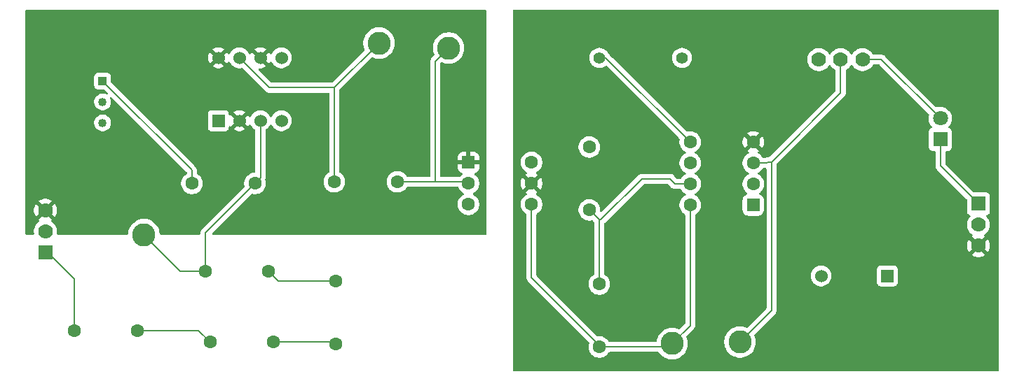
<source format=gbr>
%TF.GenerationSoftware,KiCad,Pcbnew,9.0.4*%
%TF.CreationDate,2025-11-20T22:36:02-07:00*%
%TF.ProjectId,Ready To Drive Light,52656164-7920-4546-9f20-447269766520,rev?*%
%TF.SameCoordinates,Original*%
%TF.FileFunction,Copper,L1,Top*%
%TF.FilePolarity,Positive*%
%FSLAX46Y46*%
G04 Gerber Fmt 4.6, Leading zero omitted, Abs format (unit mm)*
G04 Created by KiCad (PCBNEW 9.0.4) date 2025-11-20 22:36:02*
%MOMM*%
%LPD*%
G01*
G04 APERTURE LIST*
G04 Aperture macros list*
%AMRoundRect*
0 Rectangle with rounded corners*
0 $1 Rounding radius*
0 $2 $3 $4 $5 $6 $7 $8 $9 X,Y pos of 4 corners*
0 Add a 4 corners polygon primitive as box body*
4,1,4,$2,$3,$4,$5,$6,$7,$8,$9,$2,$3,0*
0 Add four circle primitives for the rounded corners*
1,1,$1+$1,$2,$3*
1,1,$1+$1,$4,$5*
1,1,$1+$1,$6,$7*
1,1,$1+$1,$8,$9*
0 Add four rect primitives between the rounded corners*
20,1,$1+$1,$2,$3,$4,$5,0*
20,1,$1+$1,$4,$5,$6,$7,0*
20,1,$1+$1,$6,$7,$8,$9,0*
20,1,$1+$1,$8,$9,$2,$3,0*%
G04 Aperture macros list end*
%TA.AperFunction,ComponentPad*%
%ADD10C,1.524000*%
%TD*%
%TA.AperFunction,ComponentPad*%
%ADD11R,1.524000X1.524000*%
%TD*%
%TA.AperFunction,ComponentPad*%
%ADD12R,1.778000X1.778000*%
%TD*%
%TA.AperFunction,ComponentPad*%
%ADD13C,1.778000*%
%TD*%
%TA.AperFunction,ComponentPad*%
%ADD14C,1.600000*%
%TD*%
%TA.AperFunction,ComponentPad*%
%ADD15C,2.800000*%
%TD*%
%TA.AperFunction,ComponentPad*%
%ADD16RoundRect,0.250000X-0.550000X-0.550000X0.550000X-0.550000X0.550000X0.550000X-0.550000X0.550000X0*%
%TD*%
%TA.AperFunction,ComponentPad*%
%ADD17R,1.016000X1.016000*%
%TD*%
%TA.AperFunction,ComponentPad*%
%ADD18C,1.016000*%
%TD*%
%TA.AperFunction,ComponentPad*%
%ADD19C,1.422400*%
%TD*%
%TA.AperFunction,ComponentPad*%
%ADD20R,1.800000X1.800000*%
%TD*%
%TA.AperFunction,ComponentPad*%
%ADD21C,1.800000*%
%TD*%
%TA.AperFunction,ComponentPad*%
%ADD22RoundRect,0.250000X0.550000X0.550000X-0.550000X0.550000X-0.550000X-0.550000X0.550000X-0.550000X0*%
%TD*%
%TA.AperFunction,Conductor*%
%ADD23C,0.200000*%
%TD*%
G04 APERTURE END LIST*
D10*
%TO.P,C2,2*%
%TO.N,Net-(U2-THR)*%
X175399000Y-108600000D03*
D11*
%TO.P,C2,1*%
%TO.N,/LV-*%
X183400000Y-108600000D03*
%TD*%
D12*
%TO.P,J2,1,1*%
%TO.N,/HoopLight*%
X194400000Y-99860000D03*
D13*
%TO.P,J2,2,2*%
%TO.N,/LV-*%
X194400000Y-102400000D03*
%TO.P,J2,3,3*%
%TO.N,/LV+*%
X194400000Y-104940000D03*
%TD*%
D12*
%TO.P,J1,1,1*%
%TO.N,/HV390+*%
X81692000Y-105740000D03*
D13*
%TO.P,J1,2,2*%
%TO.N,/HV-*%
X81692000Y-103200000D03*
%TO.P,J1,3,3*%
%TO.N,/HV12+*%
X81692000Y-100660000D03*
%TD*%
D14*
%TO.P,R1,1*%
%TO.N,Net-(U2-DIS)*%
X148600000Y-109590000D03*
%TO.P,R1,2*%
%TO.N,Net-(U2-VCC)*%
X148600000Y-117210000D03*
%TD*%
%TO.P,R7,1*%
%TO.N,Net-(R6-Pad2)*%
X109210000Y-116600000D03*
%TO.P,R7,2*%
%TO.N,Net-(R7-Pad2)*%
X101590000Y-116600000D03*
%TD*%
%TO.P,R3,1*%
%TO.N,/comparator out*%
X116590000Y-97200000D03*
%TO.P,R3,2*%
%TO.N,Net-(R3-Pad2)*%
X124210000Y-97200000D03*
%TD*%
%TO.P,R6,1*%
%TO.N,Net-(R5-Pad2)*%
X116800000Y-109190000D03*
%TO.P,R6,2*%
%TO.N,Net-(R6-Pad2)*%
X116800000Y-116810000D03*
%TD*%
%TO.P,R8,1*%
%TO.N,Net-(R7-Pad2)*%
X92810000Y-115200000D03*
%TO.P,R8,2*%
%TO.N,/HV390+*%
X85190000Y-115200000D03*
%TD*%
D15*
%TO.P,TP5,1,1*%
%TO.N,/comparator out*%
X122000000Y-80400000D03*
%TD*%
D16*
%TO.P,U1,1*%
%TO.N,/HV12+*%
X132800000Y-94860000D03*
D14*
%TO.P,U1,2*%
%TO.N,Net-(R3-Pad2)*%
X132800000Y-97400000D03*
%TO.P,U1,3,NC*%
%TO.N,unconnected-(U1-NC-Pad3)*%
X132800000Y-99940000D03*
%TO.P,U1,4*%
%TO.N,Net-(U2-VCC)*%
X140420000Y-99940000D03*
%TO.P,U1,5*%
%TO.N,/LV+*%
X140420000Y-97400000D03*
%TO.P,U1,6*%
%TO.N,unconnected-(U1-Pad6)*%
X140420000Y-94860000D03*
%TD*%
%TO.P,R5,1*%
%TO.N,/VolDivTestPoint*%
X100990000Y-108000000D03*
%TO.P,R5,2*%
%TO.N,Net-(R5-Pad2)*%
X108610000Y-108000000D03*
%TD*%
D15*
%TO.P,TP7,1,1*%
%TO.N,Net-(U2-VCC)*%
X157400000Y-116800000D03*
%TD*%
D14*
%TO.P,R9,1*%
%TO.N,Net-(U2-THR)*%
X147400000Y-92990000D03*
%TO.P,R9,2*%
%TO.N,Net-(U2-DIS)*%
X147400000Y-100610000D03*
%TD*%
D17*
%TO.P,U5,1,1*%
%TO.N,Net-(R4-Pad2)*%
X88600000Y-85000000D03*
D18*
%TO.P,U5,2,2*%
%TO.N,/HV-*%
X88600000Y-87540000D03*
%TO.P,U5,3,3*%
X88600000Y-90080000D03*
%TD*%
D15*
%TO.P,TP1,1,1*%
%TO.N,/VolDivTestPoint*%
X93600000Y-103600000D03*
%TD*%
%TO.P,TP6,1,1*%
%TO.N,Net-(R3-Pad2)*%
X130400000Y-81000000D03*
%TD*%
D11*
%TO.P,U6,1,GND*%
%TO.N,/HV-*%
X102590000Y-89810000D03*
D10*
%TO.P,U6,2,IN+*%
%TO.N,/HV12+*%
X105130000Y-89810000D03*
%TO.P,U6,3,IN-*%
%TO.N,/VolDivTestPoint*%
X107670000Y-89810000D03*
%TO.P,U6,4,V-*%
%TO.N,/HV-*%
X110210000Y-89810000D03*
%TO.P,U6,5,BAL*%
%TO.N,unconnected-(U6-BAL-Pad5)*%
X110210000Y-82190000D03*
%TO.P,U6,6,BAL/STB*%
%TO.N,/HV12+*%
X107670000Y-82190000D03*
%TO.P,U6,7,OUT*%
%TO.N,/comparator out*%
X105130000Y-82190000D03*
%TO.P,U6,8,V+*%
%TO.N,/HV12+*%
X102590000Y-82190000D03*
%TD*%
D15*
%TO.P,TP11,1,1*%
%TO.N,/TimerOut*%
X165600000Y-116600000D03*
%TD*%
D13*
%TO.P,Q1,1,D*%
%TO.N,Net-(D1-A)*%
X180400000Y-82400000D03*
%TO.P,Q1,2,G*%
%TO.N,/TimerOut*%
X177760000Y-82400000D03*
%TO.P,Q1,3,S*%
%TO.N,/LV-*%
X175120001Y-82400000D03*
%TD*%
D19*
%TO.P,C3,1*%
%TO.N,/LV-*%
X158600000Y-82200000D03*
%TO.P,C3,2*%
%TO.N,Net-(U2-CV)*%
X148600000Y-82200000D03*
%TD*%
D14*
%TO.P,R4,1*%
%TO.N,/VolDivTestPoint*%
X107010000Y-97400000D03*
%TO.P,R4,2*%
%TO.N,Net-(R4-Pad2)*%
X99390000Y-97400000D03*
%TD*%
D20*
%TO.P,D1,1,K*%
%TO.N,/HoopLight*%
X189800000Y-92065000D03*
D21*
%TO.P,D1,2,A*%
%TO.N,Net-(D1-A)*%
X189800000Y-89525000D03*
%TD*%
D22*
%TO.P,U2,1,GND*%
%TO.N,/LV-*%
X167205000Y-100010000D03*
D14*
%TO.P,U2,2,TR*%
%TO.N,Net-(U2-THR)*%
X167205000Y-97470000D03*
%TO.P,U2,3,Q*%
%TO.N,/TimerOut*%
X167205000Y-94930000D03*
%TO.P,U2,4,R*%
%TO.N,/LV+*%
X167205000Y-92390000D03*
%TO.P,U2,5,CV*%
%TO.N,Net-(U2-CV)*%
X159585000Y-92390000D03*
%TO.P,U2,6,THR*%
%TO.N,Net-(U2-THR)*%
X159585000Y-94930000D03*
%TO.P,U2,7,DIS*%
%TO.N,Net-(U2-DIS)*%
X159585000Y-97470000D03*
%TO.P,U2,8,VCC*%
%TO.N,Net-(U2-VCC)*%
X159585000Y-100010000D03*
%TD*%
D23*
%TO.N,Net-(R3-Pad2)*%
X130400000Y-81000000D02*
X128800000Y-82600000D01*
X128800000Y-82600000D02*
X128800000Y-97200000D01*
X128800000Y-97200000D02*
X132600000Y-97200000D01*
X132600000Y-97200000D02*
X132800000Y-97400000D01*
X124210000Y-97200000D02*
X128800000Y-97200000D01*
%TO.N,/comparator out*%
X108750000Y-85810000D02*
X105130000Y-82190000D01*
X116590000Y-85810000D02*
X108750000Y-85810000D01*
X116590000Y-85810000D02*
X122000000Y-80400000D01*
X116590000Y-97200000D02*
X116590000Y-85810000D01*
%TO.N,/VolDivTestPoint*%
X107670000Y-96730000D02*
X107670000Y-89810000D01*
X107010000Y-97390000D02*
X107670000Y-96730000D01*
X107010000Y-97400000D02*
X107010000Y-97390000D01*
%TO.N,Net-(R4-Pad2)*%
X99390000Y-95790000D02*
X88600000Y-85000000D01*
X99390000Y-97400000D02*
X99390000Y-95790000D01*
%TO.N,/VolDivTestPoint*%
X100990000Y-103420000D02*
X107010000Y-97400000D01*
X100990000Y-108000000D02*
X100990000Y-103420000D01*
X98000000Y-108000000D02*
X93600000Y-103600000D01*
X100990000Y-108000000D02*
X98000000Y-108000000D01*
%TO.N,Net-(R5-Pad2)*%
X109800000Y-109190000D02*
X108610000Y-108000000D01*
X116800000Y-109190000D02*
X109800000Y-109190000D01*
%TO.N,Net-(R6-Pad2)*%
X116590000Y-116600000D02*
X116800000Y-116810000D01*
X109210000Y-116600000D02*
X116590000Y-116600000D01*
%TO.N,Net-(R7-Pad2)*%
X100190000Y-115200000D02*
X101590000Y-116600000D01*
X92810000Y-115200000D02*
X100190000Y-115200000D01*
%TO.N,/HV390+*%
X85190000Y-108990000D02*
X85190000Y-115200000D01*
X81800000Y-105600000D02*
X85190000Y-108990000D01*
X81692000Y-105708000D02*
X81800000Y-105600000D01*
X81692000Y-105740000D02*
X81692000Y-105708000D01*
%TO.N,Net-(U2-VCC)*%
X159585000Y-114615000D02*
X157400000Y-116800000D01*
X159585000Y-100010000D02*
X159585000Y-114615000D01*
%TO.N,Net-(U2-DIS)*%
X157730000Y-97470000D02*
X159585000Y-97470000D01*
X157130000Y-96870000D02*
X157730000Y-97470000D01*
X157130000Y-96870000D02*
X157185000Y-96870000D01*
%TO.N,Net-(U2-CV)*%
X149395000Y-82200000D02*
X159585000Y-92390000D01*
X148600000Y-82200000D02*
X149395000Y-82200000D01*
%TO.N,/TimerOut*%
X177760000Y-86440000D02*
X177760000Y-82400000D01*
X169400000Y-94800000D02*
X177760000Y-86440000D01*
X169400000Y-112800000D02*
X169400000Y-94800000D01*
X169400000Y-94800000D02*
X169000000Y-94800000D01*
X165800000Y-116400000D02*
X169400000Y-112800000D01*
X168870000Y-94930000D02*
X167205000Y-94930000D01*
X165400000Y-116400000D02*
X165800000Y-116400000D01*
X165600000Y-116600000D02*
X165400000Y-116400000D01*
X169000000Y-94800000D02*
X168870000Y-94930000D01*
%TO.N,Net-(U2-VCC)*%
X156990000Y-117210000D02*
X157400000Y-116800000D01*
X148600000Y-117210000D02*
X156990000Y-117210000D01*
%TO.N,/TimerOut*%
X165600000Y-116600000D02*
X165600000Y-116400000D01*
%TO.N,Net-(U2-VCC)*%
X140420000Y-108820000D02*
X140420000Y-99940000D01*
X148800000Y-117200000D02*
X140420000Y-108820000D01*
X148790000Y-117210000D02*
X148800000Y-117200000D01*
X148600000Y-117210000D02*
X148790000Y-117210000D01*
%TO.N,/HoopLight*%
X189800000Y-92065000D02*
X189800000Y-95260000D01*
X189800000Y-95260000D02*
X194400000Y-99860000D01*
%TO.N,Net-(D1-A)*%
X182675000Y-82400000D02*
X189800000Y-89525000D01*
X180400000Y-82400000D02*
X182675000Y-82400000D01*
%TO.N,Net-(U2-DIS)*%
X153730000Y-96870000D02*
X157130000Y-96870000D01*
X148790000Y-101810000D02*
X153730000Y-96870000D01*
X148600000Y-101810000D02*
X148790000Y-101810000D01*
X148600000Y-101810000D02*
X147400000Y-100610000D01*
X148600000Y-109590000D02*
X148600000Y-101810000D01*
%TO.N,Net-(U2-VCC)*%
X148810000Y-117000000D02*
X148600000Y-117210000D01*
%TD*%
%TA.AperFunction,Conductor*%
%TO.N,/LV+*%
G36*
X196796640Y-76353587D02*
G01*
X196842395Y-76406391D01*
X196853601Y-76457902D01*
X196853601Y-120008902D01*
X196833916Y-120075941D01*
X196781112Y-120121696D01*
X196729601Y-120132902D01*
X138324000Y-120132902D01*
X138256961Y-120113217D01*
X138211206Y-120060413D01*
X138200000Y-120008902D01*
X138200000Y-94757648D01*
X139119500Y-94757648D01*
X139119500Y-94962351D01*
X139151522Y-95164534D01*
X139214781Y-95359223D01*
X139278691Y-95484653D01*
X139302052Y-95530500D01*
X139307715Y-95541613D01*
X139428028Y-95707213D01*
X139572786Y-95851971D01*
X139738385Y-95972284D01*
X139738387Y-95972285D01*
X139738390Y-95972287D01*
X139831630Y-96019795D01*
X139882426Y-96067770D01*
X139899221Y-96135591D01*
X139876684Y-96201725D01*
X139831630Y-96240765D01*
X139738644Y-96288143D01*
X139694077Y-96320523D01*
X139694077Y-96320524D01*
X140373554Y-97000000D01*
X140367339Y-97000000D01*
X140265606Y-97027259D01*
X140174394Y-97079920D01*
X140099920Y-97154394D01*
X140047259Y-97245606D01*
X140020000Y-97347339D01*
X140020000Y-97353553D01*
X139340524Y-96674077D01*
X139340523Y-96674077D01*
X139308143Y-96718644D01*
X139215244Y-96900968D01*
X139152009Y-97095582D01*
X139120000Y-97297682D01*
X139120000Y-97502317D01*
X139152009Y-97704417D01*
X139215244Y-97899031D01*
X139308141Y-98081350D01*
X139308147Y-98081359D01*
X139340523Y-98125921D01*
X139340524Y-98125922D01*
X140020000Y-97446446D01*
X140020000Y-97452661D01*
X140047259Y-97554394D01*
X140099920Y-97645606D01*
X140174394Y-97720080D01*
X140265606Y-97772741D01*
X140367339Y-97800000D01*
X140373553Y-97800000D01*
X139694076Y-98479474D01*
X139738652Y-98511861D01*
X139831628Y-98559234D01*
X139882425Y-98607208D01*
X139899220Y-98675029D01*
X139876683Y-98741164D01*
X139831630Y-98780203D01*
X139738388Y-98827713D01*
X139572786Y-98948028D01*
X139428028Y-99092786D01*
X139307715Y-99258386D01*
X139214781Y-99440776D01*
X139151522Y-99635465D01*
X139119500Y-99837648D01*
X139119500Y-100042351D01*
X139151522Y-100244534D01*
X139214781Y-100439223D01*
X139278691Y-100564653D01*
X139301801Y-100610008D01*
X139307715Y-100621613D01*
X139428028Y-100787213D01*
X139428034Y-100787219D01*
X139572781Y-100931966D01*
X139738390Y-101052287D01*
X139751793Y-101059116D01*
X139802589Y-101107088D01*
X139819500Y-101169601D01*
X139819500Y-108733330D01*
X139819499Y-108733348D01*
X139819499Y-108899054D01*
X139819498Y-108899054D01*
X139860423Y-109051785D01*
X139882936Y-109090777D01*
X139882937Y-109090781D01*
X139939475Y-109188709D01*
X139939481Y-109188717D01*
X140058349Y-109307585D01*
X140058355Y-109307590D01*
X147357421Y-116606657D01*
X147390906Y-116667980D01*
X147387671Y-116732656D01*
X147331523Y-116905461D01*
X147331523Y-116905464D01*
X147299500Y-117107648D01*
X147299500Y-117312351D01*
X147331522Y-117514534D01*
X147394781Y-117709223D01*
X147446385Y-117810500D01*
X147471104Y-117859014D01*
X147487715Y-117891613D01*
X147608028Y-118057213D01*
X147752786Y-118201971D01*
X147898948Y-118308162D01*
X147918390Y-118322287D01*
X148034607Y-118381503D01*
X148100776Y-118415218D01*
X148100778Y-118415218D01*
X148100781Y-118415220D01*
X148205137Y-118449127D01*
X148295465Y-118478477D01*
X148396557Y-118494488D01*
X148497648Y-118510500D01*
X148497649Y-118510500D01*
X148702351Y-118510500D01*
X148702352Y-118510500D01*
X148904534Y-118478477D01*
X149099219Y-118415220D01*
X149281610Y-118322287D01*
X149374590Y-118254732D01*
X149447213Y-118201971D01*
X149447215Y-118201968D01*
X149447219Y-118201966D01*
X149591966Y-118057219D01*
X149591968Y-118057215D01*
X149591971Y-118057213D01*
X149712284Y-117891614D01*
X149712285Y-117891613D01*
X149712287Y-117891610D01*
X149719117Y-117878204D01*
X149767091Y-117827409D01*
X149829602Y-117810500D01*
X155718705Y-117810500D01*
X155785744Y-117830185D01*
X155817081Y-117859014D01*
X155968060Y-118055774D01*
X155968066Y-118055781D01*
X156144218Y-118231933D01*
X156144225Y-118231939D01*
X156341873Y-118383599D01*
X156557623Y-118508162D01*
X156557638Y-118508169D01*
X156656825Y-118549253D01*
X156787793Y-118603502D01*
X157028435Y-118667982D01*
X157275435Y-118700500D01*
X157275442Y-118700500D01*
X157524558Y-118700500D01*
X157524565Y-118700500D01*
X157771565Y-118667982D01*
X158012207Y-118603502D01*
X158242373Y-118508164D01*
X158458127Y-118383599D01*
X158655776Y-118231938D01*
X158831938Y-118055776D01*
X158983599Y-117858127D01*
X159108164Y-117642373D01*
X159203502Y-117412207D01*
X159267982Y-117171565D01*
X159300500Y-116924565D01*
X159300500Y-116675435D01*
X159274170Y-116475441D01*
X163699500Y-116475441D01*
X163699500Y-116724558D01*
X163699501Y-116724575D01*
X163732017Y-116971561D01*
X163796498Y-117212207D01*
X163891830Y-117442361D01*
X163891837Y-117442376D01*
X164016400Y-117658126D01*
X164168060Y-117855774D01*
X164168066Y-117855781D01*
X164344218Y-118031933D01*
X164344225Y-118031939D01*
X164541873Y-118183599D01*
X164757623Y-118308162D01*
X164757638Y-118308169D01*
X164856825Y-118349253D01*
X164987793Y-118403502D01*
X165228435Y-118467982D01*
X165475435Y-118500500D01*
X165475442Y-118500500D01*
X165724558Y-118500500D01*
X165724565Y-118500500D01*
X165971565Y-118467982D01*
X166212207Y-118403502D01*
X166442373Y-118308164D01*
X166658127Y-118183599D01*
X166855776Y-118031938D01*
X167031938Y-117855776D01*
X167183599Y-117658127D01*
X167308164Y-117442373D01*
X167403502Y-117212207D01*
X167467982Y-116971565D01*
X167500500Y-116724565D01*
X167500500Y-116475435D01*
X167467982Y-116228435D01*
X167403502Y-115987793D01*
X167335020Y-115822465D01*
X167327552Y-115752996D01*
X167358827Y-115690517D01*
X167361873Y-115687360D01*
X169768713Y-113280521D01*
X169768716Y-113280520D01*
X169880520Y-113168716D01*
X169930639Y-113081904D01*
X169959577Y-113031785D01*
X170000501Y-112879057D01*
X170000501Y-112720943D01*
X170000501Y-112713348D01*
X170000500Y-112713330D01*
X170000500Y-108500639D01*
X174136500Y-108500639D01*
X174136500Y-108699360D01*
X174167587Y-108895637D01*
X174228993Y-109084629D01*
X174228994Y-109084632D01*
X174282029Y-109188717D01*
X174319213Y-109261694D01*
X174436019Y-109422464D01*
X174576536Y-109562981D01*
X174737306Y-109679787D01*
X174815333Y-109719544D01*
X174914367Y-109770005D01*
X174914370Y-109770006D01*
X175008866Y-109800709D01*
X175103364Y-109831413D01*
X175299639Y-109862500D01*
X175299640Y-109862500D01*
X175498360Y-109862500D01*
X175498361Y-109862500D01*
X175694636Y-109831413D01*
X175883632Y-109770005D01*
X176060694Y-109679787D01*
X176221464Y-109562981D01*
X176361981Y-109422464D01*
X176478787Y-109261694D01*
X176569005Y-109084632D01*
X176630413Y-108895636D01*
X176661500Y-108699361D01*
X176661500Y-108500639D01*
X176630413Y-108304364D01*
X176569005Y-108115368D01*
X176569005Y-108115367D01*
X176478786Y-107938305D01*
X176371135Y-107790135D01*
X182137500Y-107790135D01*
X182137500Y-109409870D01*
X182137501Y-109409876D01*
X182143908Y-109469483D01*
X182194202Y-109604328D01*
X182194206Y-109604335D01*
X182280452Y-109719544D01*
X182280455Y-109719547D01*
X182395664Y-109805793D01*
X182395671Y-109805797D01*
X182530517Y-109856091D01*
X182530516Y-109856091D01*
X182537444Y-109856835D01*
X182590127Y-109862500D01*
X184209872Y-109862499D01*
X184269483Y-109856091D01*
X184404331Y-109805796D01*
X184519546Y-109719546D01*
X184605796Y-109604331D01*
X184656091Y-109469483D01*
X184662500Y-109409873D01*
X184662499Y-107790128D01*
X184656091Y-107730517D01*
X184621219Y-107637021D01*
X184605797Y-107595671D01*
X184605793Y-107595664D01*
X184519547Y-107480455D01*
X184519544Y-107480452D01*
X184404335Y-107394206D01*
X184404328Y-107394202D01*
X184269482Y-107343908D01*
X184269483Y-107343908D01*
X184209883Y-107337501D01*
X184209881Y-107337500D01*
X184209873Y-107337500D01*
X184209864Y-107337500D01*
X182590129Y-107337500D01*
X182590123Y-107337501D01*
X182530516Y-107343908D01*
X182395671Y-107394202D01*
X182395664Y-107394206D01*
X182280455Y-107480452D01*
X182280452Y-107480455D01*
X182194206Y-107595664D01*
X182194202Y-107595671D01*
X182143908Y-107730517D01*
X182138853Y-107777539D01*
X182137501Y-107790123D01*
X182137500Y-107790135D01*
X176371135Y-107790135D01*
X176361981Y-107777536D01*
X176221464Y-107637019D01*
X176060694Y-107520213D01*
X175883632Y-107429994D01*
X175883629Y-107429993D01*
X175694637Y-107368587D01*
X175596498Y-107353043D01*
X175498361Y-107337500D01*
X175299639Y-107337500D01*
X175234214Y-107347862D01*
X175103362Y-107368587D01*
X174914370Y-107429993D01*
X174914367Y-107429994D01*
X174737305Y-107520213D01*
X174576533Y-107637021D01*
X174436021Y-107777533D01*
X174319213Y-107938305D01*
X174228994Y-108115367D01*
X174228993Y-108115370D01*
X174167587Y-108304362D01*
X174136500Y-108500639D01*
X170000500Y-108500639D01*
X170000500Y-95100096D01*
X170020185Y-95033057D01*
X170036814Y-95012420D01*
X178118506Y-86930727D01*
X178118511Y-86930724D01*
X178128714Y-86920520D01*
X178128716Y-86920520D01*
X178240520Y-86808716D01*
X178319577Y-86671784D01*
X178360500Y-86519057D01*
X178360500Y-83729489D01*
X178380185Y-83662450D01*
X178428205Y-83619004D01*
X178488257Y-83588407D01*
X178582766Y-83519742D01*
X178665193Y-83459857D01*
X178665195Y-83459854D01*
X178665199Y-83459852D01*
X178819852Y-83305199D01*
X178819854Y-83305195D01*
X178819857Y-83305193D01*
X178948404Y-83128261D01*
X178948406Y-83128258D01*
X178948407Y-83128257D01*
X178969515Y-83086829D01*
X179017490Y-83036034D01*
X179085311Y-83019239D01*
X179151446Y-83041776D01*
X179190485Y-83086830D01*
X179211595Y-83128261D01*
X179340142Y-83305193D01*
X179494806Y-83459857D01*
X179660374Y-83580147D01*
X179671743Y-83588407D01*
X179799132Y-83653315D01*
X179866616Y-83687701D01*
X179866619Y-83687702D01*
X179970621Y-83721493D01*
X180074625Y-83755286D01*
X180174672Y-83771132D01*
X180290639Y-83789500D01*
X180290644Y-83789500D01*
X180509361Y-83789500D01*
X180614082Y-83772912D01*
X180725375Y-83755286D01*
X180933383Y-83687701D01*
X181128257Y-83588407D01*
X181227601Y-83516229D01*
X181305193Y-83459857D01*
X181305195Y-83459854D01*
X181305199Y-83459852D01*
X181459852Y-83305199D01*
X181459854Y-83305195D01*
X181459857Y-83305193D01*
X181516229Y-83227601D01*
X181588407Y-83128257D01*
X181619005Y-83068204D01*
X181666980Y-83017409D01*
X181729490Y-83000500D01*
X182374903Y-83000500D01*
X182441942Y-83020185D01*
X182462584Y-83036819D01*
X188426561Y-89000797D01*
X188460046Y-89062120D01*
X188456811Y-89126796D01*
X188433985Y-89197047D01*
X188399500Y-89414778D01*
X188399500Y-89635221D01*
X188433985Y-89852952D01*
X188502103Y-90062603D01*
X188502104Y-90062606D01*
X188602187Y-90259025D01*
X188731752Y-90437358D01*
X188731756Y-90437363D01*
X188781928Y-90487535D01*
X188815413Y-90548858D01*
X188810429Y-90618550D01*
X188768557Y-90674483D01*
X188737581Y-90691398D01*
X188657669Y-90721203D01*
X188657664Y-90721206D01*
X188542455Y-90807452D01*
X188542452Y-90807455D01*
X188456206Y-90922664D01*
X188456202Y-90922671D01*
X188405908Y-91057517D01*
X188399501Y-91117116D01*
X188399501Y-91117123D01*
X188399500Y-91117135D01*
X188399500Y-93012870D01*
X188399501Y-93012876D01*
X188405908Y-93072483D01*
X188456202Y-93207328D01*
X188456206Y-93207335D01*
X188542452Y-93322544D01*
X188542455Y-93322547D01*
X188657664Y-93408793D01*
X188657671Y-93408797D01*
X188702618Y-93425561D01*
X188792517Y-93459091D01*
X188852127Y-93465500D01*
X189075500Y-93465499D01*
X189142539Y-93485183D01*
X189188294Y-93537987D01*
X189199500Y-93589499D01*
X189199500Y-95173330D01*
X189199499Y-95173348D01*
X189199499Y-95339054D01*
X189199498Y-95339054D01*
X189216794Y-95403602D01*
X189240423Y-95491785D01*
X189247492Y-95504029D01*
X189247494Y-95504037D01*
X189247497Y-95504036D01*
X189301865Y-95598205D01*
X189319479Y-95628714D01*
X189319481Y-95628717D01*
X189438349Y-95747585D01*
X189438355Y-95747590D01*
X192974181Y-99283416D01*
X193007666Y-99344739D01*
X193010500Y-99371097D01*
X193010500Y-100796870D01*
X193010501Y-100796876D01*
X193016908Y-100856483D01*
X193067202Y-100991328D01*
X193067206Y-100991335D01*
X193153452Y-101106544D01*
X193153455Y-101106547D01*
X193268664Y-101192793D01*
X193268671Y-101192797D01*
X193359910Y-101226827D01*
X193415844Y-101268698D01*
X193440261Y-101334162D01*
X193425410Y-101402435D01*
X193404259Y-101430690D01*
X193340141Y-101494808D01*
X193211595Y-101671739D01*
X193112298Y-101866616D01*
X193112297Y-101866619D01*
X193044714Y-102074623D01*
X193010500Y-102290638D01*
X193010500Y-102509361D01*
X193044714Y-102725376D01*
X193112297Y-102933380D01*
X193112298Y-102933383D01*
X193211595Y-103128260D01*
X193340142Y-103305193D01*
X193340148Y-103305199D01*
X193494801Y-103459852D01*
X193646395Y-103569991D01*
X193689060Y-103625319D01*
X193695039Y-103694932D01*
X193662434Y-103756728D01*
X193646394Y-103770626D01*
X193610360Y-103796805D01*
X193610360Y-103796807D01*
X194163992Y-104350439D01*
X194099215Y-104377271D01*
X193995211Y-104446764D01*
X193906764Y-104535211D01*
X193837271Y-104639215D01*
X193810439Y-104703992D01*
X193256807Y-104150360D01*
X193256806Y-104150360D01*
X193212023Y-104212001D01*
X193112762Y-104406808D01*
X193112761Y-104406811D01*
X193045202Y-104614740D01*
X193011000Y-104830683D01*
X193011000Y-105049316D01*
X193045202Y-105265259D01*
X193112761Y-105473188D01*
X193112762Y-105473191D01*
X193212020Y-105667993D01*
X193212021Y-105667995D01*
X193256806Y-105729638D01*
X193256807Y-105729638D01*
X193810438Y-105176006D01*
X193837271Y-105240785D01*
X193906764Y-105344789D01*
X193995211Y-105433236D01*
X194099215Y-105502729D01*
X194163991Y-105529560D01*
X193610360Y-106083191D01*
X193672008Y-106127980D01*
X193866808Y-106227237D01*
X193866811Y-106227238D01*
X194074740Y-106294797D01*
X194290684Y-106329000D01*
X194509316Y-106329000D01*
X194725259Y-106294797D01*
X194933188Y-106227238D01*
X194933191Y-106227237D01*
X195127995Y-106127978D01*
X195189638Y-106083191D01*
X195189639Y-106083191D01*
X194636008Y-105529560D01*
X194700785Y-105502729D01*
X194804789Y-105433236D01*
X194893236Y-105344789D01*
X194962729Y-105240785D01*
X194989560Y-105176008D01*
X195543191Y-105729639D01*
X195543191Y-105729638D01*
X195587978Y-105667995D01*
X195687237Y-105473191D01*
X195687238Y-105473188D01*
X195754797Y-105265259D01*
X195789000Y-105049316D01*
X195789000Y-104830683D01*
X195754797Y-104614740D01*
X195687238Y-104406811D01*
X195687237Y-104406808D01*
X195587980Y-104212008D01*
X195543191Y-104150360D01*
X194989560Y-104703991D01*
X194962729Y-104639215D01*
X194893236Y-104535211D01*
X194804789Y-104446764D01*
X194700785Y-104377271D01*
X194636006Y-104350438D01*
X195189638Y-103796807D01*
X195189638Y-103796806D01*
X195153606Y-103770628D01*
X195110939Y-103715299D01*
X195104959Y-103645685D01*
X195137565Y-103583890D01*
X195153599Y-103569994D01*
X195305199Y-103459852D01*
X195459852Y-103305199D01*
X195459854Y-103305195D01*
X195459857Y-103305193D01*
X195516229Y-103227601D01*
X195588407Y-103128257D01*
X195687701Y-102933383D01*
X195755286Y-102725375D01*
X195772912Y-102614082D01*
X195789500Y-102509361D01*
X195789500Y-102290638D01*
X195760904Y-102110097D01*
X195755286Y-102074625D01*
X195701959Y-101910500D01*
X195687702Y-101866619D01*
X195687701Y-101866616D01*
X195653315Y-101799132D01*
X195588407Y-101671743D01*
X195580147Y-101660374D01*
X195459857Y-101494806D01*
X195395741Y-101430690D01*
X195362256Y-101369367D01*
X195367240Y-101299675D01*
X195409112Y-101243742D01*
X195440089Y-101226827D01*
X195531328Y-101192797D01*
X195531327Y-101192797D01*
X195531331Y-101192796D01*
X195646546Y-101106546D01*
X195732796Y-100991331D01*
X195783091Y-100856483D01*
X195789500Y-100796873D01*
X195789499Y-98923128D01*
X195784299Y-98874757D01*
X195783091Y-98863516D01*
X195732797Y-98728671D01*
X195732793Y-98728664D01*
X195646547Y-98613455D01*
X195646544Y-98613452D01*
X195531335Y-98527206D01*
X195531328Y-98527202D01*
X195396482Y-98476908D01*
X195396483Y-98476908D01*
X195336883Y-98470501D01*
X195336881Y-98470500D01*
X195336873Y-98470500D01*
X195336865Y-98470500D01*
X193911097Y-98470500D01*
X193844058Y-98450815D01*
X193823416Y-98434181D01*
X190436819Y-95047584D01*
X190403334Y-94986261D01*
X190400500Y-94959903D01*
X190400500Y-93589499D01*
X190420185Y-93522460D01*
X190472989Y-93476705D01*
X190524500Y-93465499D01*
X190747871Y-93465499D01*
X190747872Y-93465499D01*
X190807483Y-93459091D01*
X190942331Y-93408796D01*
X191057546Y-93322546D01*
X191143796Y-93207331D01*
X191194091Y-93072483D01*
X191200500Y-93012873D01*
X191200499Y-91117128D01*
X191194091Y-91057517D01*
X191143796Y-90922669D01*
X191143795Y-90922668D01*
X191143793Y-90922664D01*
X191057547Y-90807455D01*
X191057544Y-90807452D01*
X190942335Y-90721206D01*
X190942328Y-90721202D01*
X190862419Y-90691398D01*
X190806485Y-90649527D01*
X190782068Y-90584062D01*
X190796920Y-90515789D01*
X190818069Y-90487537D01*
X190868242Y-90437365D01*
X190997815Y-90259022D01*
X191097895Y-90062606D01*
X191166015Y-89852951D01*
X191200500Y-89635222D01*
X191200500Y-89414778D01*
X191166015Y-89197049D01*
X191097895Y-88987394D01*
X191097895Y-88987393D01*
X191063237Y-88919375D01*
X190997815Y-88790978D01*
X190981260Y-88768192D01*
X190868247Y-88612641D01*
X190868243Y-88612636D01*
X190712363Y-88456756D01*
X190712358Y-88456752D01*
X190534025Y-88327187D01*
X190534024Y-88327186D01*
X190534022Y-88327185D01*
X190471096Y-88295122D01*
X190337606Y-88227104D01*
X190337603Y-88227103D01*
X190127952Y-88158985D01*
X190019086Y-88141742D01*
X189910222Y-88124500D01*
X189689778Y-88124500D01*
X189617201Y-88135995D01*
X189472047Y-88158985D01*
X189401796Y-88181811D01*
X189331955Y-88183806D01*
X189275797Y-88151561D01*
X183162590Y-82038355D01*
X183162588Y-82038352D01*
X183043717Y-81919481D01*
X183043709Y-81919475D01*
X182952155Y-81866617D01*
X182952153Y-81866616D01*
X182906790Y-81840425D01*
X182906789Y-81840424D01*
X182894263Y-81837067D01*
X182754057Y-81799499D01*
X182595943Y-81799499D01*
X182588347Y-81799499D01*
X182588331Y-81799500D01*
X181729490Y-81799500D01*
X181662451Y-81779815D01*
X181619005Y-81731795D01*
X181609514Y-81713168D01*
X181588407Y-81671743D01*
X181570410Y-81646972D01*
X181459857Y-81494806D01*
X181305193Y-81340142D01*
X181128260Y-81211595D01*
X181128259Y-81211594D01*
X181128257Y-81211593D01*
X181034186Y-81163661D01*
X180933383Y-81112298D01*
X180933380Y-81112297D01*
X180725376Y-81044714D01*
X180509361Y-81010500D01*
X180509356Y-81010500D01*
X180290644Y-81010500D01*
X180290639Y-81010500D01*
X180074623Y-81044714D01*
X179866619Y-81112297D01*
X179866616Y-81112298D01*
X179671739Y-81211595D01*
X179494806Y-81340142D01*
X179340142Y-81494806D01*
X179211593Y-81671741D01*
X179190484Y-81713170D01*
X179142509Y-81763965D01*
X179074688Y-81780760D01*
X179008554Y-81758222D01*
X178969516Y-81713170D01*
X178948406Y-81671741D01*
X178819857Y-81494806D01*
X178665193Y-81340142D01*
X178488260Y-81211595D01*
X178488259Y-81211594D01*
X178488257Y-81211593D01*
X178394186Y-81163661D01*
X178293383Y-81112298D01*
X178293380Y-81112297D01*
X178085376Y-81044714D01*
X177869361Y-81010500D01*
X177869356Y-81010500D01*
X177650644Y-81010500D01*
X177650639Y-81010500D01*
X177434623Y-81044714D01*
X177226619Y-81112297D01*
X177226616Y-81112298D01*
X177031739Y-81211595D01*
X176854806Y-81340142D01*
X176700142Y-81494806D01*
X176571594Y-81671739D01*
X176550484Y-81713170D01*
X176502508Y-81763965D01*
X176434687Y-81780759D01*
X176368553Y-81758220D01*
X176329515Y-81713168D01*
X176308408Y-81671743D01*
X176290411Y-81646972D01*
X176179858Y-81494806D01*
X176025194Y-81340142D01*
X175848261Y-81211595D01*
X175848260Y-81211594D01*
X175848258Y-81211593D01*
X175754187Y-81163661D01*
X175653384Y-81112298D01*
X175653381Y-81112297D01*
X175445377Y-81044714D01*
X175229362Y-81010500D01*
X175229357Y-81010500D01*
X175010645Y-81010500D01*
X175010640Y-81010500D01*
X174794624Y-81044714D01*
X174586620Y-81112297D01*
X174586617Y-81112298D01*
X174391740Y-81211595D01*
X174214807Y-81340142D01*
X174060143Y-81494806D01*
X173931596Y-81671739D01*
X173832300Y-81866616D01*
X173764715Y-82074623D01*
X173730501Y-82290638D01*
X173730501Y-82509361D01*
X173764715Y-82725376D01*
X173832298Y-82933380D01*
X173832299Y-82933383D01*
X173887529Y-83041776D01*
X173929542Y-83124230D01*
X173931596Y-83128260D01*
X174060143Y-83305193D01*
X174214807Y-83459857D01*
X174380375Y-83580147D01*
X174391744Y-83588407D01*
X174519133Y-83653315D01*
X174586617Y-83687701D01*
X174586620Y-83687702D01*
X174690622Y-83721493D01*
X174794626Y-83755286D01*
X174894673Y-83771132D01*
X175010640Y-83789500D01*
X175010645Y-83789500D01*
X175229362Y-83789500D01*
X175334083Y-83772912D01*
X175445376Y-83755286D01*
X175653384Y-83687701D01*
X175848258Y-83588407D01*
X175947602Y-83516229D01*
X176025194Y-83459857D01*
X176025196Y-83459854D01*
X176025200Y-83459852D01*
X176179853Y-83305199D01*
X176179855Y-83305195D01*
X176179858Y-83305193D01*
X176308407Y-83128258D01*
X176310460Y-83124230D01*
X176329515Y-83086831D01*
X176377489Y-83036036D01*
X176445310Y-83019240D01*
X176511445Y-83041777D01*
X176550484Y-83086830D01*
X176571593Y-83128258D01*
X176700142Y-83305193D01*
X176854806Y-83459857D01*
X177030691Y-83587643D01*
X177031743Y-83588407D01*
X177091794Y-83619004D01*
X177142591Y-83666978D01*
X177159500Y-83729489D01*
X177159500Y-86139903D01*
X177139815Y-86206942D01*
X177123181Y-86227584D01*
X169187584Y-94163181D01*
X169160656Y-94177884D01*
X169134838Y-94194477D01*
X169128637Y-94195368D01*
X169126261Y-94196666D01*
X169099903Y-94199500D01*
X169086670Y-94199500D01*
X169086654Y-94199499D01*
X169079058Y-94199499D01*
X168920943Y-94199499D01*
X168844579Y-94219961D01*
X168768214Y-94240423D01*
X168768209Y-94240426D01*
X168642702Y-94312887D01*
X168627215Y-94317036D01*
X168615638Y-94324477D01*
X168580703Y-94329500D01*
X168434602Y-94329500D01*
X168367563Y-94309815D01*
X168324117Y-94261795D01*
X168317287Y-94248390D01*
X168317285Y-94248387D01*
X168317284Y-94248385D01*
X168196971Y-94082786D01*
X168052213Y-93938028D01*
X167886611Y-93817713D01*
X167793369Y-93770203D01*
X167742574Y-93722229D01*
X167725779Y-93654407D01*
X167748317Y-93588273D01*
X167793371Y-93549234D01*
X167886346Y-93501861D01*
X167886347Y-93501861D01*
X167930921Y-93469474D01*
X167251447Y-92790000D01*
X167257661Y-92790000D01*
X167359394Y-92762741D01*
X167450606Y-92710080D01*
X167525080Y-92635606D01*
X167577741Y-92544394D01*
X167605000Y-92442661D01*
X167605000Y-92436447D01*
X168284474Y-93115921D01*
X168316859Y-93071349D01*
X168409755Y-92889031D01*
X168472990Y-92694417D01*
X168505000Y-92492317D01*
X168505000Y-92287682D01*
X168472990Y-92085582D01*
X168409755Y-91890968D01*
X168316859Y-91708650D01*
X168284474Y-91664077D01*
X168284474Y-91664076D01*
X167605000Y-92343551D01*
X167605000Y-92337339D01*
X167577741Y-92235606D01*
X167525080Y-92144394D01*
X167450606Y-92069920D01*
X167359394Y-92017259D01*
X167257661Y-91990000D01*
X167251446Y-91990000D01*
X167930922Y-91310524D01*
X167930921Y-91310523D01*
X167886359Y-91278147D01*
X167886350Y-91278141D01*
X167704031Y-91185244D01*
X167509417Y-91122009D01*
X167307317Y-91090000D01*
X167102683Y-91090000D01*
X166900582Y-91122009D01*
X166705968Y-91185244D01*
X166523644Y-91278143D01*
X166479077Y-91310523D01*
X166479077Y-91310524D01*
X167158554Y-91990000D01*
X167152339Y-91990000D01*
X167050606Y-92017259D01*
X166959394Y-92069920D01*
X166884920Y-92144394D01*
X166832259Y-92235606D01*
X166805000Y-92337339D01*
X166805000Y-92343553D01*
X166125524Y-91664077D01*
X166125523Y-91664077D01*
X166093143Y-91708644D01*
X166000244Y-91890968D01*
X165937009Y-92085582D01*
X165905000Y-92287682D01*
X165905000Y-92492317D01*
X165937009Y-92694417D01*
X166000244Y-92889031D01*
X166093141Y-93071350D01*
X166093147Y-93071359D01*
X166125523Y-93115921D01*
X166125524Y-93115922D01*
X166805000Y-92436446D01*
X166805000Y-92442661D01*
X166832259Y-92544394D01*
X166884920Y-92635606D01*
X166959394Y-92710080D01*
X167050606Y-92762741D01*
X167152339Y-92790000D01*
X167158553Y-92790000D01*
X166479076Y-93469474D01*
X166523652Y-93501861D01*
X166616628Y-93549234D01*
X166667425Y-93597208D01*
X166684220Y-93665029D01*
X166661683Y-93731164D01*
X166616630Y-93770203D01*
X166523388Y-93817713D01*
X166357786Y-93938028D01*
X166213028Y-94082786D01*
X166092715Y-94248386D01*
X165999781Y-94430776D01*
X165936522Y-94625465D01*
X165904500Y-94827648D01*
X165904500Y-95032351D01*
X165936522Y-95234534D01*
X165999781Y-95429223D01*
X166051385Y-95530500D01*
X166088320Y-95602989D01*
X166092715Y-95611613D01*
X166213028Y-95777213D01*
X166357786Y-95921971D01*
X166492432Y-96019795D01*
X166523390Y-96042287D01*
X166614840Y-96088883D01*
X166616080Y-96089515D01*
X166666876Y-96137490D01*
X166683671Y-96205311D01*
X166661134Y-96271446D01*
X166616080Y-96310485D01*
X166523386Y-96357715D01*
X166357786Y-96478028D01*
X166213028Y-96622786D01*
X166092715Y-96788386D01*
X165999781Y-96970776D01*
X165936522Y-97165465D01*
X165904500Y-97367648D01*
X165904500Y-97572351D01*
X165936522Y-97774534D01*
X165999781Y-97969223D01*
X166051385Y-98070499D01*
X166079624Y-98125922D01*
X166092715Y-98151613D01*
X166213028Y-98317213D01*
X166213034Y-98317219D01*
X166357781Y-98461966D01*
X166451452Y-98530021D01*
X166494117Y-98585350D01*
X166500096Y-98654963D01*
X166467491Y-98716759D01*
X166417571Y-98748045D01*
X166335666Y-98775186D01*
X166335663Y-98775187D01*
X166186342Y-98867289D01*
X166062289Y-98991342D01*
X165970187Y-99140663D01*
X165970186Y-99140666D01*
X165915001Y-99307203D01*
X165915001Y-99307204D01*
X165915000Y-99307204D01*
X165904500Y-99409983D01*
X165904500Y-100610001D01*
X165904501Y-100610018D01*
X165915000Y-100712796D01*
X165915001Y-100712799D01*
X165962614Y-100856483D01*
X165970186Y-100879334D01*
X166062288Y-101028656D01*
X166186344Y-101152712D01*
X166335666Y-101244814D01*
X166502203Y-101299999D01*
X166604991Y-101310500D01*
X167805008Y-101310499D01*
X167907797Y-101299999D01*
X168074334Y-101244814D01*
X168223656Y-101152712D01*
X168347712Y-101028656D01*
X168439814Y-100879334D01*
X168494999Y-100712797D01*
X168505500Y-100610009D01*
X168505499Y-99409992D01*
X168494999Y-99307203D01*
X168439814Y-99140666D01*
X168347712Y-98991344D01*
X168223656Y-98867288D01*
X168074334Y-98775186D01*
X167992427Y-98748044D01*
X167934984Y-98708272D01*
X167908161Y-98643756D01*
X167920476Y-98574980D01*
X167958547Y-98530021D01*
X168052219Y-98461966D01*
X168196966Y-98317219D01*
X168196968Y-98317215D01*
X168196971Y-98317213D01*
X168249732Y-98244590D01*
X168317287Y-98151610D01*
X168410220Y-97969219D01*
X168473477Y-97774534D01*
X168505500Y-97572352D01*
X168505500Y-97367648D01*
X168473477Y-97165466D01*
X168469879Y-97154394D01*
X168410218Y-96970776D01*
X168374648Y-96900968D01*
X168317287Y-96788390D01*
X168309556Y-96777749D01*
X168196971Y-96622786D01*
X168052213Y-96478028D01*
X167886614Y-96357715D01*
X167850588Y-96339359D01*
X167793917Y-96310483D01*
X167743123Y-96262511D01*
X167726328Y-96194690D01*
X167748865Y-96128555D01*
X167793917Y-96089516D01*
X167886610Y-96042287D01*
X167982962Y-95972284D01*
X168052213Y-95921971D01*
X168052215Y-95921968D01*
X168052219Y-95921966D01*
X168196966Y-95777219D01*
X168196968Y-95777215D01*
X168196971Y-95777213D01*
X168317284Y-95611614D01*
X168317285Y-95611613D01*
X168317287Y-95611610D01*
X168324117Y-95598204D01*
X168372091Y-95547409D01*
X168434602Y-95530500D01*
X168675500Y-95530500D01*
X168742539Y-95550185D01*
X168788294Y-95602989D01*
X168799500Y-95654500D01*
X168799500Y-112499902D01*
X168779815Y-112566941D01*
X168763181Y-112587583D01*
X166512665Y-114838098D01*
X166451342Y-114871583D01*
X166381650Y-114866599D01*
X166377553Y-114864986D01*
X166212207Y-114796498D01*
X166212205Y-114796497D01*
X166212204Y-114796497D01*
X165971561Y-114732017D01*
X165724575Y-114699501D01*
X165724570Y-114699500D01*
X165724565Y-114699500D01*
X165475435Y-114699500D01*
X165475429Y-114699500D01*
X165475424Y-114699501D01*
X165228438Y-114732017D01*
X164987792Y-114796498D01*
X164757638Y-114891830D01*
X164757623Y-114891837D01*
X164541873Y-115016400D01*
X164344225Y-115168060D01*
X164344218Y-115168066D01*
X164168066Y-115344218D01*
X164168060Y-115344225D01*
X164016400Y-115541873D01*
X163891837Y-115757623D01*
X163891830Y-115757638D01*
X163796498Y-115987792D01*
X163732017Y-116228438D01*
X163699501Y-116475424D01*
X163699500Y-116475441D01*
X159274170Y-116475441D01*
X159267982Y-116428435D01*
X159203502Y-116187793D01*
X159135020Y-116022464D01*
X159127552Y-115952997D01*
X159158827Y-115890518D01*
X159161871Y-115887363D01*
X160065520Y-114983716D01*
X160144577Y-114846784D01*
X160185501Y-114694057D01*
X160185501Y-114535942D01*
X160185501Y-114528347D01*
X160185500Y-114528329D01*
X160185500Y-101239601D01*
X160205185Y-101172562D01*
X160253206Y-101129116D01*
X160266610Y-101122287D01*
X160432219Y-101001966D01*
X160576966Y-100857219D01*
X160576968Y-100857215D01*
X160576971Y-100857213D01*
X160681892Y-100712799D01*
X160697287Y-100691610D01*
X160790220Y-100509219D01*
X160853477Y-100314534D01*
X160885500Y-100112352D01*
X160885500Y-99907648D01*
X160853477Y-99705466D01*
X160790220Y-99510781D01*
X160790218Y-99510778D01*
X160790218Y-99510776D01*
X160738865Y-99409991D01*
X160697287Y-99328390D01*
X160664612Y-99283416D01*
X160576971Y-99162786D01*
X160432213Y-99018028D01*
X160266614Y-98897715D01*
X160260006Y-98894348D01*
X160173917Y-98850483D01*
X160123123Y-98802511D01*
X160106328Y-98734690D01*
X160128865Y-98668555D01*
X160173917Y-98629516D01*
X160266610Y-98582287D01*
X160363544Y-98511861D01*
X160432213Y-98461971D01*
X160432215Y-98461968D01*
X160432219Y-98461966D01*
X160576966Y-98317219D01*
X160576968Y-98317215D01*
X160576971Y-98317213D01*
X160629732Y-98244590D01*
X160697287Y-98151610D01*
X160790220Y-97969219D01*
X160853477Y-97774534D01*
X160885500Y-97572352D01*
X160885500Y-97367648D01*
X160853477Y-97165466D01*
X160849879Y-97154394D01*
X160790218Y-96970776D01*
X160754648Y-96900968D01*
X160697287Y-96788390D01*
X160689556Y-96777749D01*
X160576971Y-96622786D01*
X160432213Y-96478028D01*
X160266614Y-96357715D01*
X160230588Y-96339359D01*
X160173917Y-96310483D01*
X160123123Y-96262511D01*
X160106328Y-96194690D01*
X160128865Y-96128555D01*
X160173917Y-96089516D01*
X160266610Y-96042287D01*
X160362962Y-95972284D01*
X160432213Y-95921971D01*
X160432215Y-95921968D01*
X160432219Y-95921966D01*
X160576966Y-95777219D01*
X160576968Y-95777215D01*
X160576971Y-95777213D01*
X160629732Y-95704590D01*
X160697287Y-95611610D01*
X160790220Y-95429219D01*
X160853477Y-95234534D01*
X160885500Y-95032352D01*
X160885500Y-94827648D01*
X160853477Y-94625466D01*
X160790220Y-94430781D01*
X160790218Y-94430778D01*
X160790218Y-94430776D01*
X160754551Y-94360776D01*
X160697287Y-94248390D01*
X160658656Y-94195218D01*
X160576971Y-94082786D01*
X160432213Y-93938028D01*
X160266614Y-93817715D01*
X160260006Y-93814348D01*
X160173917Y-93770483D01*
X160123123Y-93722511D01*
X160106328Y-93654690D01*
X160128865Y-93588555D01*
X160173917Y-93549516D01*
X160266610Y-93502287D01*
X160311774Y-93469474D01*
X160432213Y-93381971D01*
X160432215Y-93381968D01*
X160432219Y-93381966D01*
X160576966Y-93237219D01*
X160576968Y-93237215D01*
X160576971Y-93237213D01*
X160629732Y-93164590D01*
X160697287Y-93071610D01*
X160790220Y-92889219D01*
X160853477Y-92694534D01*
X160885500Y-92492352D01*
X160885500Y-92287648D01*
X160877257Y-92235606D01*
X160853477Y-92085465D01*
X160807888Y-91945157D01*
X160790220Y-91890781D01*
X160790218Y-91890778D01*
X160790218Y-91890776D01*
X160736210Y-91784781D01*
X160697287Y-91708390D01*
X160665092Y-91664077D01*
X160576971Y-91542786D01*
X160432213Y-91398028D01*
X160266613Y-91277715D01*
X160266612Y-91277714D01*
X160266610Y-91277713D01*
X160209653Y-91248691D01*
X160084223Y-91184781D01*
X159889534Y-91121522D01*
X159714995Y-91093878D01*
X159687352Y-91089500D01*
X159482648Y-91089500D01*
X159444599Y-91095526D01*
X159280468Y-91121522D01*
X159271717Y-91124365D01*
X159266154Y-91126173D01*
X159196313Y-91128167D01*
X159140157Y-91095922D01*
X150148872Y-82104637D01*
X157388300Y-82104637D01*
X157388300Y-82295362D01*
X157418136Y-82483741D01*
X157477071Y-82665128D01*
X157477072Y-82665131D01*
X157507769Y-82725376D01*
X157563661Y-82835069D01*
X157675767Y-82989370D01*
X157810630Y-83124233D01*
X157964931Y-83236339D01*
X158048280Y-83278807D01*
X158134868Y-83322927D01*
X158134871Y-83322928D01*
X158225564Y-83352395D01*
X158316260Y-83381864D01*
X158504637Y-83411700D01*
X158504638Y-83411700D01*
X158695362Y-83411700D01*
X158695363Y-83411700D01*
X158883740Y-83381864D01*
X159065131Y-83322927D01*
X159235069Y-83236339D01*
X159389370Y-83124233D01*
X159524233Y-82989370D01*
X159636339Y-82835069D01*
X159722927Y-82665131D01*
X159781864Y-82483740D01*
X159811700Y-82295363D01*
X159811700Y-82104637D01*
X159781864Y-81916260D01*
X159737838Y-81780760D01*
X159722928Y-81734871D01*
X159722927Y-81734868D01*
X159636338Y-81564930D01*
X159524233Y-81410630D01*
X159389370Y-81275767D01*
X159235069Y-81163661D01*
X159065131Y-81077072D01*
X159065128Y-81077071D01*
X158883741Y-81018136D01*
X158789551Y-81003218D01*
X158695363Y-80988300D01*
X158504637Y-80988300D01*
X158441844Y-80998245D01*
X158316258Y-81018136D01*
X158134871Y-81077071D01*
X158134868Y-81077072D01*
X157964930Y-81163661D01*
X157810627Y-81275769D01*
X157675769Y-81410627D01*
X157563661Y-81564930D01*
X157477072Y-81734868D01*
X157477071Y-81734871D01*
X157418136Y-81916258D01*
X157388300Y-82104637D01*
X150148872Y-82104637D01*
X149885366Y-81841131D01*
X149875521Y-81831286D01*
X149875520Y-81831284D01*
X149763716Y-81719480D01*
X149715932Y-81691892D01*
X149706665Y-81683730D01*
X149694341Y-81664209D01*
X149678410Y-81647501D01*
X149678406Y-81647493D01*
X149636339Y-81564931D01*
X149524233Y-81410630D01*
X149389370Y-81275767D01*
X149235069Y-81163661D01*
X149065131Y-81077072D01*
X149065128Y-81077071D01*
X148883741Y-81018136D01*
X148789551Y-81003218D01*
X148695363Y-80988300D01*
X148504637Y-80988300D01*
X148441844Y-80998245D01*
X148316258Y-81018136D01*
X148134871Y-81077071D01*
X148134868Y-81077072D01*
X147964930Y-81163661D01*
X147810627Y-81275769D01*
X147675769Y-81410627D01*
X147563661Y-81564930D01*
X147477072Y-81734868D01*
X147477071Y-81734871D01*
X147418136Y-81916258D01*
X147388300Y-82104637D01*
X147388300Y-82295362D01*
X147418136Y-82483741D01*
X147477071Y-82665128D01*
X147477072Y-82665131D01*
X147507769Y-82725376D01*
X147563661Y-82835069D01*
X147675767Y-82989370D01*
X147810630Y-83124233D01*
X147964931Y-83236339D01*
X148048280Y-83278807D01*
X148134868Y-83322927D01*
X148134871Y-83322928D01*
X148225564Y-83352395D01*
X148316260Y-83381864D01*
X148504637Y-83411700D01*
X148504638Y-83411700D01*
X148695362Y-83411700D01*
X148695363Y-83411700D01*
X148883740Y-83381864D01*
X149065131Y-83322927D01*
X149235069Y-83236339D01*
X149350390Y-83152553D01*
X149416194Y-83129073D01*
X149484248Y-83144898D01*
X149510955Y-83165190D01*
X158290922Y-91945157D01*
X158324407Y-92006480D01*
X158321173Y-92071155D01*
X158316522Y-92085468D01*
X158284500Y-92287648D01*
X158284500Y-92492351D01*
X158316522Y-92694534D01*
X158379781Y-92889223D01*
X158442780Y-93012864D01*
X158472585Y-93071359D01*
X158472715Y-93071613D01*
X158593028Y-93237213D01*
X158737786Y-93381971D01*
X158858226Y-93469474D01*
X158903390Y-93502287D01*
X158994840Y-93548883D01*
X158996080Y-93549515D01*
X159046876Y-93597490D01*
X159063671Y-93665311D01*
X159041134Y-93731446D01*
X158996080Y-93770485D01*
X158903386Y-93817715D01*
X158737786Y-93938028D01*
X158593028Y-94082786D01*
X158472715Y-94248386D01*
X158379781Y-94430776D01*
X158316522Y-94625465D01*
X158284500Y-94827648D01*
X158284500Y-95032351D01*
X158316522Y-95234534D01*
X158379781Y-95429223D01*
X158431385Y-95530500D01*
X158468320Y-95602989D01*
X158472715Y-95611613D01*
X158593028Y-95777213D01*
X158737786Y-95921971D01*
X158872432Y-96019795D01*
X158903390Y-96042287D01*
X158994840Y-96088883D01*
X158996080Y-96089515D01*
X159046876Y-96137490D01*
X159063671Y-96205311D01*
X159041134Y-96271446D01*
X158996080Y-96310485D01*
X158903386Y-96357715D01*
X158737786Y-96478028D01*
X158593028Y-96622786D01*
X158472715Y-96788385D01*
X158465883Y-96801795D01*
X158417909Y-96852591D01*
X158355398Y-96869500D01*
X158030097Y-96869500D01*
X157963058Y-96849815D01*
X157942416Y-96833181D01*
X157752195Y-96642960D01*
X157732490Y-96617280D01*
X157665520Y-96501284D01*
X157553716Y-96389480D01*
X157553714Y-96389479D01*
X157553709Y-96389475D01*
X157416790Y-96310426D01*
X157416786Y-96310424D01*
X157416784Y-96310423D01*
X157264057Y-96269500D01*
X157264056Y-96269500D01*
X157209061Y-96269500D01*
X157209057Y-96269499D01*
X157050943Y-96269499D01*
X157050939Y-96269500D01*
X153816669Y-96269500D01*
X153816653Y-96269499D01*
X153809057Y-96269499D01*
X153650943Y-96269499D01*
X153543587Y-96298265D01*
X153498210Y-96310424D01*
X153498209Y-96310425D01*
X153448096Y-96339359D01*
X153448095Y-96339360D01*
X153416303Y-96357715D01*
X153361285Y-96389479D01*
X153361282Y-96389481D01*
X148906762Y-100844002D01*
X148845439Y-100877487D01*
X148775747Y-100872503D01*
X148719814Y-100830631D01*
X148695397Y-100765167D01*
X148696608Y-100736922D01*
X148700429Y-100712799D01*
X148700500Y-100712352D01*
X148700500Y-100507648D01*
X148668477Y-100305466D01*
X148605220Y-100110781D01*
X148605218Y-100110778D01*
X148605218Y-100110776D01*
X148570353Y-100042351D01*
X148512287Y-99928390D01*
X148446360Y-99837648D01*
X148391971Y-99762786D01*
X148247213Y-99618028D01*
X148081613Y-99497715D01*
X148081612Y-99497714D01*
X148081610Y-99497713D01*
X148024653Y-99468691D01*
X147899223Y-99404781D01*
X147704534Y-99341522D01*
X147529995Y-99313878D01*
X147502352Y-99309500D01*
X147297648Y-99309500D01*
X147273329Y-99313351D01*
X147095465Y-99341522D01*
X146900776Y-99404781D01*
X146718386Y-99497715D01*
X146552786Y-99618028D01*
X146408028Y-99762786D01*
X146287715Y-99928386D01*
X146194781Y-100110776D01*
X146131522Y-100305465D01*
X146099500Y-100507648D01*
X146099500Y-100712352D01*
X146099571Y-100712799D01*
X146131522Y-100914534D01*
X146194781Y-101109223D01*
X146287715Y-101291613D01*
X146408028Y-101457213D01*
X146552786Y-101601971D01*
X146707749Y-101714556D01*
X146718390Y-101722287D01*
X146834607Y-101781503D01*
X146900776Y-101815218D01*
X146900778Y-101815218D01*
X146900781Y-101815220D01*
X147005137Y-101849127D01*
X147095465Y-101878477D01*
X147123555Y-101882926D01*
X147297648Y-101910500D01*
X147297649Y-101910500D01*
X147502351Y-101910500D01*
X147502352Y-101910500D01*
X147704534Y-101878477D01*
X147718842Y-101873827D01*
X147734054Y-101873392D01*
X147748315Y-101868074D01*
X147768268Y-101872414D01*
X147788682Y-101871831D01*
X147802769Y-101879920D01*
X147816588Y-101882926D01*
X147844842Y-101904077D01*
X147963181Y-102022416D01*
X147996666Y-102083739D01*
X147999500Y-102110097D01*
X147999500Y-108360397D01*
X147979815Y-108427436D01*
X147931800Y-108470879D01*
X147918389Y-108477712D01*
X147752786Y-108598028D01*
X147608028Y-108742786D01*
X147487715Y-108908386D01*
X147394781Y-109090776D01*
X147331522Y-109285465D01*
X147299500Y-109487648D01*
X147299500Y-109692351D01*
X147331522Y-109894534D01*
X147394781Y-110089223D01*
X147487715Y-110271613D01*
X147608028Y-110437213D01*
X147752786Y-110581971D01*
X147907749Y-110694556D01*
X147918390Y-110702287D01*
X148034607Y-110761503D01*
X148100776Y-110795218D01*
X148100778Y-110795218D01*
X148100781Y-110795220D01*
X148205137Y-110829127D01*
X148295465Y-110858477D01*
X148396557Y-110874488D01*
X148497648Y-110890500D01*
X148497649Y-110890500D01*
X148702351Y-110890500D01*
X148702352Y-110890500D01*
X148904534Y-110858477D01*
X149099219Y-110795220D01*
X149281610Y-110702287D01*
X149374590Y-110634732D01*
X149447213Y-110581971D01*
X149447215Y-110581968D01*
X149447219Y-110581966D01*
X149591966Y-110437219D01*
X149591968Y-110437215D01*
X149591971Y-110437213D01*
X149644732Y-110364590D01*
X149712287Y-110271610D01*
X149805220Y-110089219D01*
X149868477Y-109894534D01*
X149900500Y-109692352D01*
X149900500Y-109487648D01*
X149888182Y-109409876D01*
X149868477Y-109285465D01*
X149805218Y-109090776D01*
X149771503Y-109024607D01*
X149712287Y-108908390D01*
X149703021Y-108895636D01*
X149591971Y-108742786D01*
X149447213Y-108598028D01*
X149281610Y-108477712D01*
X149268200Y-108470879D01*
X149217406Y-108422903D01*
X149200500Y-108360397D01*
X149200500Y-102300098D01*
X149209143Y-102270660D01*
X149215666Y-102240675D01*
X149219422Y-102235657D01*
X149220185Y-102233059D01*
X149236816Y-102212420D01*
X149270520Y-102178716D01*
X149270521Y-102178713D01*
X153942416Y-97506819D01*
X154003739Y-97473334D01*
X154030097Y-97470500D01*
X156829903Y-97470500D01*
X156896942Y-97490185D01*
X156917584Y-97506819D01*
X157245139Y-97834374D01*
X157245149Y-97834385D01*
X157249479Y-97838715D01*
X157249480Y-97838716D01*
X157361284Y-97950520D01*
X157448095Y-98000639D01*
X157448097Y-98000641D01*
X157486151Y-98022611D01*
X157498215Y-98029577D01*
X157650943Y-98070500D01*
X157809057Y-98070500D01*
X158355398Y-98070500D01*
X158422437Y-98090185D01*
X158465883Y-98138205D01*
X158472715Y-98151614D01*
X158593028Y-98317213D01*
X158737786Y-98461971D01*
X158871660Y-98559234D01*
X158903390Y-98582287D01*
X158964555Y-98613452D01*
X158996080Y-98629515D01*
X159046876Y-98677490D01*
X159063671Y-98745311D01*
X159041134Y-98811446D01*
X158996080Y-98850485D01*
X158903386Y-98897715D01*
X158737786Y-99018028D01*
X158593028Y-99162786D01*
X158472715Y-99328386D01*
X158379781Y-99510776D01*
X158316522Y-99705465D01*
X158284500Y-99907648D01*
X158284500Y-100112351D01*
X158316522Y-100314534D01*
X158379781Y-100509223D01*
X158472715Y-100691613D01*
X158593028Y-100857213D01*
X158593034Y-100857219D01*
X158737781Y-101001966D01*
X158903390Y-101122287D01*
X158916793Y-101129116D01*
X158967589Y-101177088D01*
X158984500Y-101239601D01*
X158984500Y-114314901D01*
X158964815Y-114381940D01*
X158948181Y-114402582D01*
X158312665Y-115038097D01*
X158251342Y-115071582D01*
X158181650Y-115066598D01*
X158177532Y-115064977D01*
X158012207Y-114996498D01*
X157771561Y-114932017D01*
X157524575Y-114899501D01*
X157524570Y-114899500D01*
X157524565Y-114899500D01*
X157275435Y-114899500D01*
X157275429Y-114899500D01*
X157275424Y-114899501D01*
X157028438Y-114932017D01*
X156787792Y-114996498D01*
X156557638Y-115091830D01*
X156557623Y-115091837D01*
X156341873Y-115216400D01*
X156144225Y-115368060D01*
X156144218Y-115368066D01*
X155968066Y-115544218D01*
X155968060Y-115544225D01*
X155816400Y-115741873D01*
X155691837Y-115957623D01*
X155691830Y-115957638D01*
X155596498Y-116187792D01*
X155532017Y-116428438D01*
X155522374Y-116501686D01*
X155494107Y-116565582D01*
X155435782Y-116604053D01*
X155399435Y-116609500D01*
X149829602Y-116609500D01*
X149762563Y-116589815D01*
X149719117Y-116541795D01*
X149712284Y-116528385D01*
X149591971Y-116362786D01*
X149447213Y-116218028D01*
X149281613Y-116097715D01*
X149281612Y-116097714D01*
X149281610Y-116097713D01*
X149224653Y-116068691D01*
X149099223Y-116004781D01*
X148904534Y-115941522D01*
X148729995Y-115913878D01*
X148702352Y-115909500D01*
X148497648Y-115909500D01*
X148497643Y-115909500D01*
X148440132Y-115918609D01*
X148370839Y-115909655D01*
X148333053Y-115883817D01*
X141056819Y-108607583D01*
X141023334Y-108546260D01*
X141020500Y-108519902D01*
X141020500Y-101169601D01*
X141040185Y-101102562D01*
X141088206Y-101059116D01*
X141101610Y-101052287D01*
X141267219Y-100931966D01*
X141411966Y-100787219D01*
X141411968Y-100787215D01*
X141411971Y-100787213D01*
X141481429Y-100691610D01*
X141532287Y-100621610D01*
X141625220Y-100439219D01*
X141688477Y-100244534D01*
X141720500Y-100042352D01*
X141720500Y-99837648D01*
X141688477Y-99635466D01*
X141625220Y-99440781D01*
X141625218Y-99440778D01*
X141625218Y-99440776D01*
X141574645Y-99341522D01*
X141532287Y-99258390D01*
X141524556Y-99247749D01*
X141411971Y-99092786D01*
X141267213Y-98948028D01*
X141101611Y-98827713D01*
X141008369Y-98780203D01*
X140957574Y-98732229D01*
X140940779Y-98664407D01*
X140963317Y-98598273D01*
X141008371Y-98559234D01*
X141101346Y-98511861D01*
X141101347Y-98511861D01*
X141145921Y-98479474D01*
X140466447Y-97800000D01*
X140472661Y-97800000D01*
X140574394Y-97772741D01*
X140665606Y-97720080D01*
X140740080Y-97645606D01*
X140792741Y-97554394D01*
X140820000Y-97452661D01*
X140820000Y-97446448D01*
X141499474Y-98125922D01*
X141499474Y-98125921D01*
X141531859Y-98081349D01*
X141624755Y-97899031D01*
X141687990Y-97704417D01*
X141720000Y-97502317D01*
X141720000Y-97297682D01*
X141687990Y-97095582D01*
X141624755Y-96900968D01*
X141531859Y-96718650D01*
X141499474Y-96674077D01*
X141499474Y-96674076D01*
X140820000Y-97353551D01*
X140820000Y-97347339D01*
X140792741Y-97245606D01*
X140740080Y-97154394D01*
X140665606Y-97079920D01*
X140574394Y-97027259D01*
X140472661Y-97000000D01*
X140466446Y-97000000D01*
X141145922Y-96320524D01*
X141145921Y-96320523D01*
X141101359Y-96288147D01*
X141101350Y-96288141D01*
X141008369Y-96240765D01*
X140957573Y-96192790D01*
X140940778Y-96124969D01*
X140963315Y-96058835D01*
X141008370Y-96019795D01*
X141101610Y-95972287D01*
X141170865Y-95921971D01*
X141267213Y-95851971D01*
X141267215Y-95851968D01*
X141267219Y-95851966D01*
X141411966Y-95707219D01*
X141411968Y-95707215D01*
X141411971Y-95707213D01*
X141469003Y-95628714D01*
X141532287Y-95541610D01*
X141625220Y-95359219D01*
X141688477Y-95164534D01*
X141720500Y-94962352D01*
X141720500Y-94757648D01*
X141688477Y-94555466D01*
X141625220Y-94360781D01*
X141625218Y-94360778D01*
X141625218Y-94360776D01*
X141573093Y-94258477D01*
X141532287Y-94178390D01*
X141521237Y-94163181D01*
X141411971Y-94012786D01*
X141267213Y-93868028D01*
X141101613Y-93747715D01*
X141101612Y-93747714D01*
X141101610Y-93747713D01*
X141044653Y-93718691D01*
X140919223Y-93654781D01*
X140724534Y-93591522D01*
X140549995Y-93563878D01*
X140522352Y-93559500D01*
X140317648Y-93559500D01*
X140293329Y-93563351D01*
X140115465Y-93591522D01*
X139920776Y-93654781D01*
X139738386Y-93747715D01*
X139572786Y-93868028D01*
X139428028Y-94012786D01*
X139307715Y-94178386D01*
X139214781Y-94360776D01*
X139151522Y-94555465D01*
X139119500Y-94757648D01*
X138200000Y-94757648D01*
X138200000Y-92887648D01*
X146099500Y-92887648D01*
X146099500Y-93092351D01*
X146131522Y-93294534D01*
X146194781Y-93489223D01*
X146248790Y-93595220D01*
X146284503Y-93665311D01*
X146287715Y-93671613D01*
X146408028Y-93837213D01*
X146552786Y-93981971D01*
X146691542Y-94082781D01*
X146718390Y-94102287D01*
X146834607Y-94161503D01*
X146900776Y-94195218D01*
X146900778Y-94195218D01*
X146900781Y-94195220D01*
X147005137Y-94229127D01*
X147095465Y-94258477D01*
X147196557Y-94274488D01*
X147297648Y-94290500D01*
X147297649Y-94290500D01*
X147502351Y-94290500D01*
X147502352Y-94290500D01*
X147704534Y-94258477D01*
X147899219Y-94195220D01*
X148081610Y-94102287D01*
X148204799Y-94012786D01*
X148247213Y-93981971D01*
X148247215Y-93981968D01*
X148247219Y-93981966D01*
X148391966Y-93837219D01*
X148391968Y-93837215D01*
X148391971Y-93837213D01*
X148473657Y-93724780D01*
X148512287Y-93671610D01*
X148605220Y-93489219D01*
X148668477Y-93294534D01*
X148700500Y-93092352D01*
X148700500Y-92887648D01*
X148668477Y-92685466D01*
X148605220Y-92490781D01*
X148605218Y-92490778D01*
X148605218Y-92490776D01*
X148527037Y-92337339D01*
X148512287Y-92308390D01*
X148459407Y-92235606D01*
X148391971Y-92142786D01*
X148247213Y-91998028D01*
X148081613Y-91877715D01*
X148081612Y-91877714D01*
X148081610Y-91877713D01*
X148024653Y-91848691D01*
X147899223Y-91784781D01*
X147704534Y-91721522D01*
X147529995Y-91693878D01*
X147502352Y-91689500D01*
X147297648Y-91689500D01*
X147273329Y-91693351D01*
X147095465Y-91721522D01*
X146900776Y-91784781D01*
X146718386Y-91877715D01*
X146552786Y-91998028D01*
X146408028Y-92142786D01*
X146287715Y-92308386D01*
X146194781Y-92490776D01*
X146131522Y-92685465D01*
X146099500Y-92887648D01*
X138200000Y-92887648D01*
X138200000Y-76457902D01*
X138219685Y-76390863D01*
X138272489Y-76345108D01*
X138324000Y-76333902D01*
X196729601Y-76333902D01*
X196796640Y-76353587D01*
G37*
%TD.AperFunction*%
%TD*%
%TA.AperFunction,Conductor*%
%TO.N,/HV12+*%
G36*
X134943039Y-76419685D02*
G01*
X134988794Y-76472489D01*
X135000000Y-76524000D01*
X135000000Y-103476000D01*
X134980315Y-103543039D01*
X134927511Y-103588794D01*
X134876000Y-103600000D01*
X101958597Y-103600000D01*
X101891558Y-103580315D01*
X101845803Y-103527511D01*
X101835859Y-103458353D01*
X101864884Y-103394797D01*
X101870916Y-103388319D01*
X104206951Y-101052284D01*
X106565159Y-98694075D01*
X106626480Y-98660592D01*
X106691154Y-98663826D01*
X106705466Y-98668477D01*
X106907648Y-98700500D01*
X106907649Y-98700500D01*
X107112351Y-98700500D01*
X107112352Y-98700500D01*
X107314534Y-98668477D01*
X107509219Y-98605220D01*
X107691610Y-98512287D01*
X107784590Y-98444732D01*
X107857213Y-98391971D01*
X107857215Y-98391968D01*
X107857219Y-98391966D01*
X108001966Y-98247219D01*
X108001968Y-98247215D01*
X108001971Y-98247213D01*
X108054732Y-98174590D01*
X108122287Y-98081610D01*
X108215220Y-97899219D01*
X108278477Y-97704534D01*
X108310500Y-97502352D01*
X108310500Y-97297648D01*
X108278477Y-97095466D01*
X108243395Y-96987498D01*
X108241401Y-96917661D01*
X108241553Y-96917088D01*
X108270500Y-96809059D01*
X108270501Y-96809056D01*
X108270501Y-96643348D01*
X108270500Y-96643330D01*
X108270500Y-90996730D01*
X108290185Y-90929691D01*
X108327866Y-90892808D01*
X108327752Y-90892651D01*
X108328823Y-90891872D01*
X108329715Y-90891000D01*
X108331690Y-90889789D01*
X108331689Y-90889789D01*
X108331694Y-90889787D01*
X108492464Y-90772981D01*
X108632981Y-90632464D01*
X108749787Y-90471694D01*
X108829515Y-90315218D01*
X108877490Y-90264423D01*
X108945311Y-90247628D01*
X109011446Y-90270165D01*
X109050484Y-90315218D01*
X109130213Y-90471694D01*
X109247019Y-90632464D01*
X109387536Y-90772981D01*
X109548306Y-90889787D01*
X109609500Y-90920967D01*
X109725367Y-90980005D01*
X109725370Y-90980006D01*
X109819866Y-91010709D01*
X109914364Y-91041413D01*
X110110639Y-91072500D01*
X110110640Y-91072500D01*
X110309360Y-91072500D01*
X110309361Y-91072500D01*
X110505636Y-91041413D01*
X110694632Y-90980005D01*
X110871694Y-90889787D01*
X111032464Y-90772981D01*
X111172981Y-90632464D01*
X111289787Y-90471694D01*
X111380005Y-90294632D01*
X111441413Y-90105636D01*
X111472500Y-89909361D01*
X111472500Y-89710639D01*
X111441413Y-89514364D01*
X111380005Y-89325368D01*
X111380005Y-89325367D01*
X111296348Y-89161183D01*
X111289787Y-89148306D01*
X111172981Y-88987536D01*
X111032464Y-88847019D01*
X110871694Y-88730213D01*
X110694632Y-88639994D01*
X110694629Y-88639993D01*
X110505637Y-88578587D01*
X110407498Y-88563043D01*
X110309361Y-88547500D01*
X110110639Y-88547500D01*
X110045214Y-88557862D01*
X109914362Y-88578587D01*
X109725370Y-88639993D01*
X109725367Y-88639994D01*
X109548305Y-88730213D01*
X109387533Y-88847021D01*
X109247021Y-88987533D01*
X109130213Y-89148305D01*
X109050485Y-89304780D01*
X109002510Y-89355576D01*
X108934689Y-89372371D01*
X108868554Y-89349833D01*
X108829515Y-89304780D01*
X108810179Y-89266832D01*
X108749787Y-89148306D01*
X108632981Y-88987536D01*
X108492464Y-88847019D01*
X108331694Y-88730213D01*
X108154632Y-88639994D01*
X108154629Y-88639993D01*
X107965637Y-88578587D01*
X107867498Y-88563043D01*
X107769361Y-88547500D01*
X107570639Y-88547500D01*
X107505214Y-88557862D01*
X107374362Y-88578587D01*
X107185370Y-88639993D01*
X107185367Y-88639994D01*
X107008305Y-88730213D01*
X106847533Y-88847021D01*
X106707021Y-88987533D01*
X106590213Y-89148305D01*
X106510204Y-89305331D01*
X106462229Y-89356127D01*
X106394408Y-89372922D01*
X106328273Y-89350384D01*
X106289234Y-89305331D01*
X106209358Y-89148567D01*
X106182268Y-89111283D01*
X105536400Y-89757151D01*
X105536400Y-89756496D01*
X105508705Y-89653135D01*
X105455201Y-89560464D01*
X105379536Y-89484799D01*
X105286865Y-89431295D01*
X105183504Y-89403600D01*
X105182847Y-89403600D01*
X105828716Y-88757731D01*
X105828715Y-88757730D01*
X105791432Y-88730641D01*
X105614437Y-88640457D01*
X105425522Y-88579075D01*
X105229321Y-88548000D01*
X105030679Y-88548000D01*
X104834479Y-88579075D01*
X104834476Y-88579075D01*
X104645562Y-88640457D01*
X104468564Y-88730643D01*
X104431283Y-88757729D01*
X104431282Y-88757730D01*
X105077154Y-89403600D01*
X105076496Y-89403600D01*
X104973135Y-89431295D01*
X104880464Y-89484799D01*
X104804799Y-89560464D01*
X104751295Y-89653135D01*
X104723600Y-89756496D01*
X104723600Y-89757152D01*
X104077730Y-89111282D01*
X104077728Y-89111283D01*
X104076817Y-89112538D01*
X104021487Y-89155204D01*
X103951874Y-89161183D01*
X103890079Y-89128577D01*
X103855722Y-89067739D01*
X103855077Y-89064806D01*
X103852499Y-89052361D01*
X103852499Y-89000128D01*
X103846091Y-88940517D01*
X103808389Y-88839434D01*
X103808389Y-88839431D01*
X103795798Y-88805673D01*
X103795793Y-88805664D01*
X103709547Y-88690455D01*
X103709544Y-88690452D01*
X103594335Y-88604206D01*
X103594328Y-88604202D01*
X103459482Y-88553908D01*
X103459483Y-88553908D01*
X103399883Y-88547501D01*
X103399881Y-88547500D01*
X103399873Y-88547500D01*
X103399864Y-88547500D01*
X101780129Y-88547500D01*
X101780123Y-88547501D01*
X101720516Y-88553908D01*
X101585671Y-88604202D01*
X101585664Y-88604206D01*
X101470455Y-88690452D01*
X101470452Y-88690455D01*
X101384206Y-88805664D01*
X101384202Y-88805671D01*
X101333908Y-88940517D01*
X101327501Y-89000116D01*
X101327500Y-89000135D01*
X101327500Y-90619870D01*
X101327501Y-90619876D01*
X101333908Y-90679483D01*
X101384202Y-90814328D01*
X101384206Y-90814335D01*
X101470452Y-90929544D01*
X101470455Y-90929547D01*
X101585664Y-91015793D01*
X101585671Y-91015797D01*
X101720517Y-91066091D01*
X101720516Y-91066091D01*
X101727444Y-91066835D01*
X101780127Y-91072500D01*
X103399872Y-91072499D01*
X103459483Y-91066091D01*
X103594331Y-91015796D01*
X103709546Y-90929546D01*
X103795796Y-90814331D01*
X103846091Y-90679483D01*
X103852500Y-90619873D01*
X103852499Y-90567632D01*
X103855077Y-90555192D01*
X103865776Y-90535126D01*
X103872182Y-90513308D01*
X103881900Y-90504886D01*
X103887951Y-90493539D01*
X103907800Y-90482442D01*
X103924985Y-90467552D01*
X103937713Y-90465721D01*
X103948938Y-90459447D01*
X103971635Y-90460843D01*
X103994143Y-90457607D01*
X104005839Y-90462948D01*
X104018676Y-90463738D01*
X104037015Y-90477184D01*
X104057700Y-90486630D01*
X104073753Y-90504121D01*
X104075023Y-90505052D01*
X104075322Y-90505830D01*
X104076816Y-90507458D01*
X104077729Y-90508715D01*
X104077731Y-90508716D01*
X104723600Y-89862847D01*
X104723600Y-89863504D01*
X104751295Y-89966865D01*
X104804799Y-90059536D01*
X104880464Y-90135201D01*
X104973135Y-90188705D01*
X105076496Y-90216400D01*
X105077153Y-90216400D01*
X104431283Y-90862268D01*
X104431283Y-90862269D01*
X104468567Y-90889358D01*
X104645562Y-90979542D01*
X104834477Y-91040924D01*
X105030679Y-91072000D01*
X105229321Y-91072000D01*
X105425520Y-91040924D01*
X105425523Y-91040924D01*
X105614437Y-90979542D01*
X105791425Y-90889362D01*
X105828716Y-90862268D01*
X105182848Y-90216400D01*
X105183504Y-90216400D01*
X105286865Y-90188705D01*
X105379536Y-90135201D01*
X105455201Y-90059536D01*
X105508705Y-89966865D01*
X105536400Y-89863504D01*
X105536400Y-89862847D01*
X106182268Y-90508715D01*
X106209364Y-90471422D01*
X106289234Y-90314669D01*
X106337208Y-90263872D01*
X106405029Y-90247077D01*
X106471164Y-90269614D01*
X106510203Y-90314667D01*
X106590213Y-90471694D01*
X106707019Y-90632464D01*
X106847536Y-90772981D01*
X106970431Y-90862269D01*
X107008309Y-90889789D01*
X107010285Y-90891000D01*
X107010878Y-90891656D01*
X107012248Y-90892651D01*
X107012039Y-90892938D01*
X107057163Y-90942810D01*
X107069500Y-90996730D01*
X107069500Y-95975500D01*
X107049815Y-96042539D01*
X106997011Y-96088294D01*
X106945500Y-96099500D01*
X106907648Y-96099500D01*
X106883329Y-96103351D01*
X106705465Y-96131522D01*
X106510776Y-96194781D01*
X106328386Y-96287715D01*
X106162786Y-96408028D01*
X106018028Y-96552786D01*
X105897715Y-96718386D01*
X105804781Y-96900776D01*
X105741522Y-97095465D01*
X105709500Y-97297648D01*
X105709500Y-97502351D01*
X105741523Y-97704535D01*
X105746172Y-97718845D01*
X105748165Y-97788687D01*
X105715921Y-97844841D01*
X100624280Y-102936483D01*
X100624273Y-102936490D01*
X100621286Y-102939478D01*
X100621284Y-102939480D01*
X100509480Y-103051284D01*
X100486756Y-103090644D01*
X100430423Y-103188215D01*
X100389499Y-103340943D01*
X100389499Y-103340945D01*
X100389499Y-103476000D01*
X100369814Y-103543039D01*
X100317010Y-103588794D01*
X100265499Y-103600000D01*
X95624500Y-103600000D01*
X95557461Y-103580315D01*
X95511706Y-103527511D01*
X95501251Y-103479453D01*
X95500765Y-103479485D01*
X95500552Y-103476240D01*
X95500500Y-103476000D01*
X95500500Y-103475441D01*
X95500500Y-103475435D01*
X95467982Y-103228435D01*
X95403502Y-102987793D01*
X95308164Y-102757627D01*
X95183599Y-102541873D01*
X95129787Y-102471743D01*
X95031939Y-102344225D01*
X95031933Y-102344218D01*
X94855781Y-102168066D01*
X94855774Y-102168060D01*
X94658126Y-102016400D01*
X94442376Y-101891837D01*
X94442361Y-101891830D01*
X94212207Y-101796498D01*
X93971561Y-101732017D01*
X93724575Y-101699501D01*
X93724570Y-101699500D01*
X93724565Y-101699500D01*
X93475435Y-101699500D01*
X93475429Y-101699500D01*
X93475424Y-101699501D01*
X93228438Y-101732017D01*
X92987792Y-101796498D01*
X92757638Y-101891830D01*
X92757623Y-101891837D01*
X92541873Y-102016400D01*
X92344225Y-102168060D01*
X92344218Y-102168066D01*
X92168066Y-102344218D01*
X92168060Y-102344225D01*
X92016400Y-102541873D01*
X91891837Y-102757623D01*
X91891830Y-102757638D01*
X91796498Y-102987792D01*
X91732017Y-103228438D01*
X91699501Y-103475424D01*
X91699500Y-103475441D01*
X91699500Y-103476000D01*
X91699452Y-103476160D01*
X91699235Y-103479485D01*
X91698490Y-103479436D01*
X91679815Y-103543039D01*
X91627011Y-103588794D01*
X91575500Y-103600000D01*
X83180652Y-103600000D01*
X83113613Y-103580315D01*
X83067858Y-103527511D01*
X83057914Y-103458353D01*
X83058179Y-103456602D01*
X83081500Y-103309361D01*
X83081500Y-103090638D01*
X83057558Y-102939480D01*
X83047286Y-102874625D01*
X82979701Y-102666617D01*
X82979701Y-102666616D01*
X82916140Y-102541873D01*
X82880407Y-102471743D01*
X82872147Y-102460374D01*
X82751857Y-102294806D01*
X82597197Y-102140146D01*
X82597192Y-102140142D01*
X82445605Y-102030008D01*
X82402939Y-101974678D01*
X82396960Y-101905065D01*
X82429565Y-101843270D01*
X82445605Y-101829372D01*
X82481638Y-101803191D01*
X82481639Y-101803191D01*
X81928008Y-101249560D01*
X81992785Y-101222729D01*
X82096789Y-101153236D01*
X82185236Y-101064789D01*
X82254729Y-100960785D01*
X82281560Y-100896008D01*
X82835191Y-101449639D01*
X82835191Y-101449638D01*
X82879978Y-101387995D01*
X82979237Y-101193191D01*
X82979238Y-101193188D01*
X83046797Y-100985259D01*
X83081000Y-100769316D01*
X83081000Y-100550683D01*
X83046797Y-100334740D01*
X82979238Y-100126811D01*
X82979237Y-100126808D01*
X82879980Y-99932008D01*
X82835191Y-99870360D01*
X82281560Y-100423991D01*
X82254729Y-100359215D01*
X82185236Y-100255211D01*
X82096789Y-100166764D01*
X81992785Y-100097271D01*
X81928006Y-100070438D01*
X82481638Y-99516807D01*
X82481638Y-99516806D01*
X82419995Y-99472021D01*
X82419993Y-99472020D01*
X82225191Y-99372762D01*
X82225188Y-99372761D01*
X82017259Y-99305202D01*
X81801316Y-99271000D01*
X81582684Y-99271000D01*
X81366740Y-99305202D01*
X81158811Y-99372761D01*
X81158808Y-99372762D01*
X80964001Y-99472023D01*
X80902360Y-99516806D01*
X80902360Y-99516807D01*
X81455992Y-100070439D01*
X81391215Y-100097271D01*
X81287211Y-100166764D01*
X81198764Y-100255211D01*
X81129271Y-100359215D01*
X81102439Y-100423992D01*
X80548807Y-99870360D01*
X80548806Y-99870360D01*
X80504023Y-99932001D01*
X80404762Y-100126808D01*
X80404761Y-100126811D01*
X80337202Y-100334740D01*
X80303000Y-100550683D01*
X80303000Y-100769316D01*
X80337202Y-100985259D01*
X80404761Y-101193188D01*
X80404762Y-101193191D01*
X80504020Y-101387993D01*
X80504021Y-101387995D01*
X80548806Y-101449638D01*
X80548807Y-101449638D01*
X81102438Y-100896006D01*
X81129271Y-100960785D01*
X81198764Y-101064789D01*
X81287211Y-101153236D01*
X81391215Y-101222729D01*
X81455991Y-101249560D01*
X80902360Y-101803191D01*
X80902360Y-101803192D01*
X80938394Y-101829372D01*
X80981060Y-101884701D01*
X80987039Y-101954315D01*
X80954434Y-102016110D01*
X80938394Y-102030008D01*
X80786807Y-102140142D01*
X80786802Y-102140146D01*
X80632142Y-102294806D01*
X80503595Y-102471739D01*
X80404298Y-102666616D01*
X80404297Y-102666619D01*
X80336714Y-102874623D01*
X80302500Y-103090638D01*
X80302500Y-103309361D01*
X80325821Y-103456602D01*
X80316867Y-103525895D01*
X80271870Y-103579347D01*
X80205119Y-103599987D01*
X80203348Y-103600000D01*
X79378601Y-103600000D01*
X79311562Y-103580315D01*
X79265807Y-103527511D01*
X79254601Y-103476000D01*
X79254601Y-89980666D01*
X87591500Y-89980666D01*
X87591500Y-90179333D01*
X87630254Y-90374161D01*
X87630256Y-90374169D01*
X87706277Y-90557701D01*
X87706282Y-90557710D01*
X87816646Y-90722880D01*
X87816649Y-90722884D01*
X87957115Y-90863350D01*
X87957119Y-90863353D01*
X88122289Y-90973717D01*
X88122295Y-90973720D01*
X88122296Y-90973721D01*
X88305831Y-91049744D01*
X88500666Y-91088499D01*
X88500670Y-91088500D01*
X88500671Y-91088500D01*
X88699330Y-91088500D01*
X88699331Y-91088499D01*
X88894169Y-91049744D01*
X89077704Y-90973721D01*
X89242881Y-90863353D01*
X89383353Y-90722881D01*
X89493721Y-90557704D01*
X89569744Y-90374169D01*
X89608500Y-90179329D01*
X89608500Y-89980671D01*
X89569744Y-89785831D01*
X89493721Y-89602296D01*
X89493720Y-89602295D01*
X89493717Y-89602289D01*
X89383353Y-89437119D01*
X89383350Y-89437115D01*
X89242884Y-89296649D01*
X89242880Y-89296646D01*
X89077710Y-89186282D01*
X89077701Y-89186277D01*
X88894169Y-89110256D01*
X88894161Y-89110254D01*
X88699333Y-89071500D01*
X88699329Y-89071500D01*
X88500671Y-89071500D01*
X88500666Y-89071500D01*
X88305838Y-89110254D01*
X88305830Y-89110256D01*
X88122298Y-89186277D01*
X88122289Y-89186282D01*
X87957119Y-89296646D01*
X87957115Y-89296649D01*
X87816649Y-89437115D01*
X87816646Y-89437119D01*
X87706282Y-89602289D01*
X87706277Y-89602298D01*
X87630256Y-89785830D01*
X87630254Y-89785838D01*
X87591500Y-89980666D01*
X79254601Y-89980666D01*
X79254601Y-84444135D01*
X87591500Y-84444135D01*
X87591500Y-85555870D01*
X87591501Y-85555876D01*
X87597908Y-85615483D01*
X87648202Y-85750328D01*
X87648206Y-85750335D01*
X87734452Y-85865544D01*
X87734455Y-85865547D01*
X87849664Y-85951793D01*
X87849671Y-85951797D01*
X87894618Y-85968561D01*
X87984517Y-86002091D01*
X88044127Y-86008500D01*
X88707902Y-86008499D01*
X88774941Y-86028183D01*
X88795583Y-86044818D01*
X89182048Y-86431283D01*
X89215533Y-86492606D01*
X89210549Y-86562298D01*
X89168677Y-86618231D01*
X89103213Y-86642648D01*
X89046914Y-86633525D01*
X88894169Y-86570256D01*
X88894161Y-86570254D01*
X88699333Y-86531500D01*
X88699329Y-86531500D01*
X88500671Y-86531500D01*
X88500666Y-86531500D01*
X88305838Y-86570254D01*
X88305830Y-86570256D01*
X88122298Y-86646277D01*
X88122289Y-86646282D01*
X87957119Y-86756646D01*
X87957115Y-86756649D01*
X87816649Y-86897115D01*
X87816646Y-86897119D01*
X87706282Y-87062289D01*
X87706277Y-87062298D01*
X87630256Y-87245830D01*
X87630254Y-87245838D01*
X87591500Y-87440666D01*
X87591500Y-87639333D01*
X87630254Y-87834161D01*
X87630256Y-87834169D01*
X87706277Y-88017701D01*
X87706282Y-88017710D01*
X87816646Y-88182880D01*
X87816649Y-88182884D01*
X87957115Y-88323350D01*
X87957119Y-88323353D01*
X88122289Y-88433717D01*
X88122295Y-88433720D01*
X88122296Y-88433721D01*
X88305831Y-88509744D01*
X88495644Y-88547500D01*
X88500666Y-88548499D01*
X88500670Y-88548500D01*
X88500671Y-88548500D01*
X88699330Y-88548500D01*
X88699331Y-88548499D01*
X88894169Y-88509744D01*
X89077704Y-88433721D01*
X89242881Y-88323353D01*
X89383353Y-88182881D01*
X89493721Y-88017704D01*
X89569744Y-87834169D01*
X89608500Y-87639329D01*
X89608500Y-87440671D01*
X89569744Y-87245831D01*
X89506473Y-87093084D01*
X89499005Y-87023616D01*
X89530280Y-86961136D01*
X89590369Y-86925484D01*
X89660194Y-86927978D01*
X89708716Y-86957951D01*
X98753181Y-96002416D01*
X98767884Y-96029343D01*
X98784477Y-96055162D01*
X98785368Y-96061362D01*
X98786666Y-96063739D01*
X98789500Y-96090097D01*
X98789500Y-96170397D01*
X98769815Y-96237436D01*
X98721800Y-96280879D01*
X98708389Y-96287712D01*
X98542786Y-96408028D01*
X98398028Y-96552786D01*
X98277715Y-96718386D01*
X98184781Y-96900776D01*
X98121522Y-97095465D01*
X98089500Y-97297648D01*
X98089500Y-97502351D01*
X98121522Y-97704534D01*
X98184781Y-97899223D01*
X98277715Y-98081613D01*
X98398028Y-98247213D01*
X98542786Y-98391971D01*
X98648090Y-98468477D01*
X98708390Y-98512287D01*
X98801080Y-98559515D01*
X98890776Y-98605218D01*
X98890778Y-98605218D01*
X98890781Y-98605220D01*
X98995137Y-98639127D01*
X99085465Y-98668477D01*
X99104697Y-98671523D01*
X99287648Y-98700500D01*
X99287649Y-98700500D01*
X99492351Y-98700500D01*
X99492352Y-98700500D01*
X99694534Y-98668477D01*
X99889219Y-98605220D01*
X100071610Y-98512287D01*
X100164590Y-98444732D01*
X100237213Y-98391971D01*
X100237215Y-98391968D01*
X100237219Y-98391966D01*
X100381966Y-98247219D01*
X100381968Y-98247215D01*
X100381971Y-98247213D01*
X100434732Y-98174590D01*
X100502287Y-98081610D01*
X100595220Y-97899219D01*
X100658477Y-97704534D01*
X100690500Y-97502352D01*
X100690500Y-97297648D01*
X100658477Y-97095466D01*
X100595220Y-96900781D01*
X100595218Y-96900778D01*
X100595218Y-96900776D01*
X100548484Y-96809057D01*
X100502287Y-96718390D01*
X100489490Y-96700776D01*
X100381971Y-96552786D01*
X100237213Y-96408028D01*
X100071610Y-96287712D01*
X100058200Y-96280879D01*
X100007406Y-96232903D01*
X99990500Y-96170397D01*
X99990500Y-95710945D01*
X99990500Y-95710943D01*
X99949577Y-95558216D01*
X99949573Y-95558209D01*
X99870524Y-95421290D01*
X99870521Y-95421286D01*
X99870520Y-95421284D01*
X99758716Y-95309480D01*
X99758715Y-95309479D01*
X99754385Y-95305149D01*
X99754374Y-95305139D01*
X89644818Y-85195583D01*
X89611333Y-85134260D01*
X89608499Y-85107902D01*
X89608499Y-84444129D01*
X89608498Y-84444123D01*
X89608497Y-84444116D01*
X89602091Y-84384517D01*
X89551796Y-84249669D01*
X89551795Y-84249668D01*
X89551793Y-84249664D01*
X89465547Y-84134455D01*
X89465544Y-84134452D01*
X89350335Y-84048206D01*
X89350328Y-84048202D01*
X89215482Y-83997908D01*
X89215483Y-83997908D01*
X89155883Y-83991501D01*
X89155881Y-83991500D01*
X89155873Y-83991500D01*
X89155864Y-83991500D01*
X88044129Y-83991500D01*
X88044123Y-83991501D01*
X87984516Y-83997908D01*
X87849671Y-84048202D01*
X87849664Y-84048206D01*
X87734455Y-84134452D01*
X87734452Y-84134455D01*
X87648206Y-84249664D01*
X87648202Y-84249671D01*
X87597908Y-84384517D01*
X87591501Y-84444116D01*
X87591501Y-84444123D01*
X87591500Y-84444135D01*
X79254601Y-84444135D01*
X79254601Y-82090678D01*
X101328000Y-82090678D01*
X101328000Y-82289321D01*
X101359075Y-82485520D01*
X101359075Y-82485523D01*
X101420457Y-82674437D01*
X101510641Y-82851432D01*
X101537730Y-82888715D01*
X101537731Y-82888716D01*
X102183600Y-82242847D01*
X102183600Y-82243504D01*
X102211295Y-82346865D01*
X102264799Y-82439536D01*
X102340464Y-82515201D01*
X102433135Y-82568705D01*
X102536496Y-82596400D01*
X102537153Y-82596400D01*
X101891283Y-83242268D01*
X101891283Y-83242269D01*
X101928567Y-83269358D01*
X102105562Y-83359542D01*
X102294477Y-83420924D01*
X102490679Y-83452000D01*
X102689321Y-83452000D01*
X102885520Y-83420924D01*
X102885523Y-83420924D01*
X103074437Y-83359542D01*
X103251425Y-83269362D01*
X103288716Y-83242268D01*
X102642848Y-82596400D01*
X102643504Y-82596400D01*
X102746865Y-82568705D01*
X102839536Y-82515201D01*
X102915201Y-82439536D01*
X102968705Y-82346865D01*
X102996400Y-82243504D01*
X102996400Y-82242847D01*
X103642268Y-82888715D01*
X103669364Y-82851422D01*
X103749234Y-82694669D01*
X103797208Y-82643872D01*
X103865029Y-82627077D01*
X103931164Y-82649614D01*
X103970203Y-82694667D01*
X104050213Y-82851694D01*
X104167019Y-83012464D01*
X104307536Y-83152981D01*
X104468306Y-83269787D01*
X104555149Y-83314035D01*
X104645367Y-83360005D01*
X104645370Y-83360006D01*
X104739866Y-83390709D01*
X104834364Y-83421413D01*
X105030639Y-83452500D01*
X105030640Y-83452500D01*
X105229360Y-83452500D01*
X105229361Y-83452500D01*
X105425636Y-83421413D01*
X105425646Y-83421409D01*
X105427891Y-83420871D01*
X105428778Y-83420915D01*
X105430448Y-83420651D01*
X105430503Y-83421001D01*
X105497674Y-83424357D01*
X105544527Y-83453762D01*
X108265139Y-86174374D01*
X108265149Y-86174385D01*
X108269479Y-86178715D01*
X108269480Y-86178716D01*
X108381284Y-86290520D01*
X108468095Y-86340639D01*
X108468097Y-86340641D01*
X108506151Y-86362611D01*
X108518215Y-86369577D01*
X108670943Y-86410500D01*
X115865500Y-86410500D01*
X115932539Y-86430185D01*
X115978294Y-86482989D01*
X115989500Y-86534500D01*
X115989500Y-95970397D01*
X115969815Y-96037436D01*
X115921800Y-96080879D01*
X115908389Y-96087712D01*
X115742786Y-96208028D01*
X115598028Y-96352786D01*
X115477715Y-96518386D01*
X115384781Y-96700776D01*
X115321522Y-96895465D01*
X115289500Y-97097648D01*
X115289500Y-97302351D01*
X115321522Y-97504534D01*
X115384781Y-97699223D01*
X115430366Y-97788687D01*
X115473320Y-97872989D01*
X115477715Y-97881613D01*
X115598028Y-98047213D01*
X115742786Y-98191971D01*
X115897749Y-98304556D01*
X115908390Y-98312287D01*
X116024607Y-98371503D01*
X116090776Y-98405218D01*
X116090778Y-98405218D01*
X116090781Y-98405220D01*
X116195137Y-98439127D01*
X116285465Y-98468477D01*
X116386557Y-98484488D01*
X116487648Y-98500500D01*
X116487649Y-98500500D01*
X116692351Y-98500500D01*
X116692352Y-98500500D01*
X116894534Y-98468477D01*
X117089219Y-98405220D01*
X117271610Y-98312287D01*
X117364590Y-98244732D01*
X117437213Y-98191971D01*
X117437215Y-98191968D01*
X117437219Y-98191966D01*
X117581966Y-98047219D01*
X117581968Y-98047215D01*
X117581971Y-98047213D01*
X117634732Y-97974590D01*
X117702287Y-97881610D01*
X117795220Y-97699219D01*
X117858477Y-97504534D01*
X117890500Y-97302352D01*
X117890500Y-97097648D01*
X122909500Y-97097648D01*
X122909500Y-97302351D01*
X122941522Y-97504534D01*
X123004781Y-97699223D01*
X123050366Y-97788687D01*
X123093320Y-97872989D01*
X123097715Y-97881613D01*
X123218028Y-98047213D01*
X123362786Y-98191971D01*
X123517749Y-98304556D01*
X123528390Y-98312287D01*
X123644607Y-98371503D01*
X123710776Y-98405218D01*
X123710778Y-98405218D01*
X123710781Y-98405220D01*
X123815137Y-98439127D01*
X123905465Y-98468477D01*
X124006557Y-98484488D01*
X124107648Y-98500500D01*
X124107649Y-98500500D01*
X124312351Y-98500500D01*
X124312352Y-98500500D01*
X124514534Y-98468477D01*
X124709219Y-98405220D01*
X124891610Y-98312287D01*
X124984590Y-98244732D01*
X125057213Y-98191971D01*
X125057215Y-98191968D01*
X125057219Y-98191966D01*
X125201966Y-98047219D01*
X125201968Y-98047215D01*
X125201971Y-98047213D01*
X125306913Y-97902770D01*
X125322287Y-97881610D01*
X125329117Y-97868204D01*
X125377091Y-97817409D01*
X125439602Y-97800500D01*
X128720943Y-97800500D01*
X131472613Y-97800500D01*
X131539652Y-97820185D01*
X131585407Y-97872989D01*
X131590543Y-97886180D01*
X131594779Y-97899219D01*
X131687715Y-98081613D01*
X131808028Y-98247213D01*
X131952786Y-98391971D01*
X132058090Y-98468477D01*
X132118390Y-98512287D01*
X132209840Y-98558883D01*
X132211080Y-98559515D01*
X132261876Y-98607490D01*
X132278671Y-98675311D01*
X132256134Y-98741446D01*
X132211080Y-98780485D01*
X132118386Y-98827715D01*
X131952786Y-98948028D01*
X131808028Y-99092786D01*
X131687715Y-99258386D01*
X131594781Y-99440776D01*
X131531522Y-99635465D01*
X131499500Y-99837648D01*
X131499500Y-100042351D01*
X131531522Y-100244534D01*
X131594781Y-100439223D01*
X131687715Y-100621613D01*
X131808028Y-100787213D01*
X131952786Y-100931971D01*
X132107749Y-101044556D01*
X132118390Y-101052287D01*
X132234607Y-101111503D01*
X132300776Y-101145218D01*
X132300778Y-101145218D01*
X132300781Y-101145220D01*
X132405137Y-101179127D01*
X132495465Y-101208477D01*
X132585448Y-101222729D01*
X132697648Y-101240500D01*
X132697649Y-101240500D01*
X132902351Y-101240500D01*
X132902352Y-101240500D01*
X133104534Y-101208477D01*
X133299219Y-101145220D01*
X133481610Y-101052287D01*
X133607553Y-100960785D01*
X133647213Y-100931971D01*
X133647215Y-100931968D01*
X133647219Y-100931966D01*
X133791966Y-100787219D01*
X133791968Y-100787215D01*
X133791971Y-100787213D01*
X133844732Y-100714590D01*
X133912287Y-100621610D01*
X134005220Y-100439219D01*
X134068477Y-100244534D01*
X134100500Y-100042352D01*
X134100500Y-99837648D01*
X134068477Y-99635466D01*
X134005220Y-99440781D01*
X134005218Y-99440778D01*
X134005218Y-99440776D01*
X133970562Y-99372761D01*
X133912287Y-99258390D01*
X133904556Y-99247749D01*
X133791971Y-99092786D01*
X133647213Y-98948028D01*
X133481614Y-98827715D01*
X133475006Y-98824348D01*
X133388917Y-98780483D01*
X133338123Y-98732511D01*
X133321328Y-98664690D01*
X133343865Y-98598555D01*
X133388917Y-98559516D01*
X133481610Y-98512287D01*
X133541910Y-98468477D01*
X133647213Y-98391971D01*
X133647215Y-98391968D01*
X133647219Y-98391966D01*
X133791966Y-98247219D01*
X133791968Y-98247215D01*
X133791971Y-98247213D01*
X133844732Y-98174590D01*
X133912287Y-98081610D01*
X134005220Y-97899219D01*
X134068477Y-97704534D01*
X134100500Y-97502352D01*
X134100500Y-97297648D01*
X134068477Y-97095466D01*
X134005220Y-96900781D01*
X134005218Y-96900778D01*
X134005218Y-96900776D01*
X133958484Y-96809057D01*
X133912287Y-96718390D01*
X133899490Y-96700776D01*
X133791971Y-96552786D01*
X133647217Y-96408032D01*
X133647212Y-96408028D01*
X133553051Y-96339616D01*
X133510385Y-96284286D01*
X133504406Y-96214673D01*
X133537012Y-96152878D01*
X133586933Y-96121592D01*
X133669117Y-96094359D01*
X133669124Y-96094356D01*
X133818345Y-96002315D01*
X133942315Y-95878345D01*
X134034356Y-95729124D01*
X134034358Y-95729119D01*
X134089505Y-95562697D01*
X134089506Y-95562690D01*
X134099999Y-95459986D01*
X134100000Y-95459973D01*
X134100000Y-95110000D01*
X133115686Y-95110000D01*
X133120080Y-95105606D01*
X133172741Y-95014394D01*
X133200000Y-94912661D01*
X133200000Y-94807339D01*
X133172741Y-94705606D01*
X133120080Y-94614394D01*
X133115686Y-94610000D01*
X134099999Y-94610000D01*
X134099999Y-94260028D01*
X134099998Y-94260013D01*
X134089505Y-94157302D01*
X134034358Y-93990880D01*
X134034356Y-93990875D01*
X133942315Y-93841654D01*
X133818345Y-93717684D01*
X133669124Y-93625643D01*
X133669119Y-93625641D01*
X133502697Y-93570494D01*
X133502690Y-93570493D01*
X133399986Y-93560000D01*
X133050000Y-93560000D01*
X133050000Y-94544314D01*
X133045606Y-94539920D01*
X132954394Y-94487259D01*
X132852661Y-94460000D01*
X132747339Y-94460000D01*
X132645606Y-94487259D01*
X132554394Y-94539920D01*
X132550000Y-94544314D01*
X132550000Y-93560000D01*
X132200028Y-93560000D01*
X132200012Y-93560001D01*
X132097302Y-93570494D01*
X131930880Y-93625641D01*
X131930875Y-93625643D01*
X131781654Y-93717684D01*
X131657684Y-93841654D01*
X131565643Y-93990875D01*
X131565641Y-93990880D01*
X131510494Y-94157302D01*
X131510493Y-94157309D01*
X131500000Y-94260013D01*
X131500000Y-94610000D01*
X132484314Y-94610000D01*
X132479920Y-94614394D01*
X132427259Y-94705606D01*
X132400000Y-94807339D01*
X132400000Y-94912661D01*
X132427259Y-95014394D01*
X132479920Y-95105606D01*
X132484314Y-95110000D01*
X131500001Y-95110000D01*
X131500001Y-95459986D01*
X131510494Y-95562697D01*
X131565641Y-95729119D01*
X131565643Y-95729124D01*
X131657684Y-95878345D01*
X131781654Y-96002315D01*
X131930875Y-96094356D01*
X131930882Y-96094359D01*
X132013067Y-96121592D01*
X132070512Y-96161364D01*
X132097336Y-96225880D01*
X132085021Y-96294656D01*
X132046949Y-96339616D01*
X131952787Y-96408028D01*
X131952782Y-96408032D01*
X131808035Y-96552779D01*
X131805252Y-96556038D01*
X131746742Y-96594227D01*
X131710967Y-96599500D01*
X129524500Y-96599500D01*
X129457461Y-96579815D01*
X129411706Y-96527011D01*
X129400500Y-96475500D01*
X129400500Y-82900097D01*
X129409143Y-82870660D01*
X129415667Y-82840671D01*
X129419422Y-82835654D01*
X129420185Y-82833058D01*
X129436818Y-82812417D01*
X129445734Y-82803501D01*
X129487334Y-82761900D01*
X129548655Y-82728416D01*
X129618346Y-82733400D01*
X129622436Y-82735008D01*
X129787793Y-82803502D01*
X130028435Y-82867982D01*
X130275435Y-82900500D01*
X130275442Y-82900500D01*
X130524558Y-82900500D01*
X130524565Y-82900500D01*
X130771565Y-82867982D01*
X131012207Y-82803502D01*
X131242373Y-82708164D01*
X131458127Y-82583599D01*
X131655776Y-82431938D01*
X131831938Y-82255776D01*
X131983599Y-82058127D01*
X132108164Y-81842373D01*
X132203502Y-81612207D01*
X132267982Y-81371565D01*
X132300500Y-81124565D01*
X132300500Y-80875435D01*
X132267982Y-80628435D01*
X132203502Y-80387793D01*
X132108164Y-80157627D01*
X131983599Y-79941873D01*
X131831938Y-79744224D01*
X131831933Y-79744218D01*
X131655781Y-79568066D01*
X131655774Y-79568060D01*
X131458126Y-79416400D01*
X131242376Y-79291837D01*
X131242361Y-79291830D01*
X131012207Y-79196498D01*
X130771561Y-79132017D01*
X130524575Y-79099501D01*
X130524570Y-79099500D01*
X130524565Y-79099500D01*
X130275435Y-79099500D01*
X130275429Y-79099500D01*
X130275424Y-79099501D01*
X130028438Y-79132017D01*
X129787792Y-79196498D01*
X129557638Y-79291830D01*
X129557623Y-79291837D01*
X129341873Y-79416400D01*
X129144225Y-79568060D01*
X129144218Y-79568066D01*
X128968066Y-79744218D01*
X128968060Y-79744225D01*
X128816400Y-79941873D01*
X128691837Y-80157623D01*
X128691830Y-80157638D01*
X128596498Y-80387792D01*
X128532017Y-80628438D01*
X128499501Y-80875424D01*
X128499500Y-80875441D01*
X128499500Y-81124558D01*
X128499501Y-81124575D01*
X128532017Y-81371561D01*
X128596498Y-81612207D01*
X128664977Y-81777532D01*
X128672446Y-81847001D01*
X128641170Y-81909480D01*
X128638098Y-81912665D01*
X128431286Y-82119478D01*
X128319481Y-82231282D01*
X128319479Y-82231285D01*
X128294420Y-82274689D01*
X128279519Y-82300500D01*
X128269361Y-82318094D01*
X128269359Y-82318096D01*
X128240425Y-82368209D01*
X128240424Y-82368210D01*
X128240423Y-82368215D01*
X128199499Y-82520943D01*
X128199499Y-82520945D01*
X128199499Y-82689046D01*
X128199500Y-82689059D01*
X128199500Y-96475500D01*
X128179815Y-96542539D01*
X128127011Y-96588294D01*
X128075500Y-96599500D01*
X125439602Y-96599500D01*
X125372563Y-96579815D01*
X125329117Y-96531795D01*
X125322287Y-96518390D01*
X125322285Y-96518387D01*
X125322284Y-96518385D01*
X125201971Y-96352786D01*
X125057213Y-96208028D01*
X124891613Y-96087715D01*
X124891612Y-96087714D01*
X124891610Y-96087713D01*
X124827725Y-96055162D01*
X124709223Y-95994781D01*
X124514534Y-95931522D01*
X124339995Y-95903878D01*
X124312352Y-95899500D01*
X124107648Y-95899500D01*
X124083329Y-95903351D01*
X123905465Y-95931522D01*
X123710776Y-95994781D01*
X123528386Y-96087715D01*
X123362786Y-96208028D01*
X123218028Y-96352786D01*
X123097715Y-96518386D01*
X123004781Y-96700776D01*
X122941522Y-96895465D01*
X122909500Y-97097648D01*
X117890500Y-97097648D01*
X117867521Y-96952568D01*
X117858477Y-96895465D01*
X117829127Y-96805137D01*
X117795220Y-96700781D01*
X117795218Y-96700778D01*
X117795218Y-96700776D01*
X117761503Y-96634607D01*
X117702287Y-96518390D01*
X117671126Y-96475500D01*
X117581971Y-96352786D01*
X117437213Y-96208028D01*
X117271610Y-96087712D01*
X117258200Y-96080879D01*
X117207406Y-96032903D01*
X117190500Y-95970397D01*
X117190500Y-86110096D01*
X117210185Y-86043057D01*
X117226814Y-86022420D01*
X121087334Y-82161899D01*
X121148655Y-82128416D01*
X121218347Y-82133400D01*
X121222455Y-82135016D01*
X121387793Y-82203502D01*
X121628435Y-82267982D01*
X121875435Y-82300500D01*
X121875442Y-82300500D01*
X122124558Y-82300500D01*
X122124565Y-82300500D01*
X122371565Y-82267982D01*
X122612207Y-82203502D01*
X122842373Y-82108164D01*
X123058127Y-81983599D01*
X123255776Y-81831938D01*
X123431938Y-81655776D01*
X123583599Y-81458127D01*
X123708164Y-81242373D01*
X123803502Y-81012207D01*
X123867982Y-80771565D01*
X123900500Y-80524565D01*
X123900500Y-80275435D01*
X123867982Y-80028435D01*
X123803502Y-79787793D01*
X123712488Y-79568066D01*
X123708169Y-79557638D01*
X123708162Y-79557623D01*
X123583599Y-79341873D01*
X123431939Y-79144225D01*
X123431933Y-79144218D01*
X123255781Y-78968066D01*
X123255774Y-78968060D01*
X123058126Y-78816400D01*
X122842376Y-78691837D01*
X122842361Y-78691830D01*
X122612207Y-78596498D01*
X122371561Y-78532017D01*
X122124575Y-78499501D01*
X122124570Y-78499500D01*
X122124565Y-78499500D01*
X121875435Y-78499500D01*
X121875429Y-78499500D01*
X121875424Y-78499501D01*
X121628438Y-78532017D01*
X121387792Y-78596498D01*
X121157638Y-78691830D01*
X121157623Y-78691837D01*
X120941873Y-78816400D01*
X120744225Y-78968060D01*
X120744218Y-78968066D01*
X120568066Y-79144218D01*
X120568060Y-79144225D01*
X120416400Y-79341873D01*
X120291837Y-79557623D01*
X120291830Y-79557638D01*
X120196498Y-79787792D01*
X120132017Y-80028438D01*
X120099501Y-80275424D01*
X120099500Y-80275441D01*
X120099500Y-80524558D01*
X120099501Y-80524575D01*
X120132017Y-80771561D01*
X120182130Y-80958587D01*
X120196498Y-81012207D01*
X120248491Y-81137730D01*
X120264978Y-81177531D01*
X120272447Y-81247001D01*
X120241172Y-81309480D01*
X120238098Y-81312665D01*
X116377584Y-85173181D01*
X116316261Y-85206666D01*
X116289903Y-85209500D01*
X109050097Y-85209500D01*
X108983058Y-85189815D01*
X108962416Y-85173181D01*
X107449090Y-83659855D01*
X107415605Y-83598532D01*
X107420589Y-83528840D01*
X107462461Y-83472907D01*
X107527925Y-83448490D01*
X107556174Y-83449701D01*
X107570685Y-83452000D01*
X107769321Y-83452000D01*
X107965520Y-83420924D01*
X107965523Y-83420924D01*
X108154437Y-83359542D01*
X108331425Y-83269362D01*
X108368715Y-83242268D01*
X107722846Y-82596400D01*
X107723504Y-82596400D01*
X107826865Y-82568705D01*
X107919536Y-82515201D01*
X107995201Y-82439536D01*
X108048705Y-82346865D01*
X108076400Y-82243504D01*
X108076400Y-82242847D01*
X108722268Y-82888715D01*
X108749364Y-82851422D01*
X108829234Y-82694669D01*
X108877208Y-82643872D01*
X108945029Y-82627077D01*
X109011164Y-82649614D01*
X109050203Y-82694667D01*
X109130213Y-82851694D01*
X109247019Y-83012464D01*
X109387536Y-83152981D01*
X109548306Y-83269787D01*
X109635149Y-83314035D01*
X109725367Y-83360005D01*
X109725370Y-83360006D01*
X109819866Y-83390709D01*
X109914364Y-83421413D01*
X110110639Y-83452500D01*
X110110640Y-83452500D01*
X110309360Y-83452500D01*
X110309361Y-83452500D01*
X110505636Y-83421413D01*
X110694632Y-83360005D01*
X110871694Y-83269787D01*
X111032464Y-83152981D01*
X111172981Y-83012464D01*
X111289787Y-82851694D01*
X111380005Y-82674632D01*
X111441413Y-82485636D01*
X111472500Y-82289361D01*
X111472500Y-82090639D01*
X111441413Y-81894364D01*
X111380005Y-81705368D01*
X111380005Y-81705367D01*
X111332537Y-81612207D01*
X111289787Y-81528306D01*
X111172981Y-81367536D01*
X111032464Y-81227019D01*
X110871694Y-81110213D01*
X110694632Y-81019994D01*
X110694629Y-81019993D01*
X110505637Y-80958587D01*
X110407498Y-80943043D01*
X110309361Y-80927500D01*
X110110639Y-80927500D01*
X110045214Y-80937862D01*
X109914362Y-80958587D01*
X109725370Y-81019993D01*
X109725367Y-81019994D01*
X109548305Y-81110213D01*
X109387533Y-81227021D01*
X109247021Y-81367533D01*
X109130213Y-81528305D01*
X109050204Y-81685331D01*
X109002229Y-81736127D01*
X108934408Y-81752922D01*
X108868273Y-81730384D01*
X108829234Y-81685331D01*
X108749358Y-81528567D01*
X108722268Y-81491283D01*
X108076400Y-82137151D01*
X108076400Y-82136496D01*
X108048705Y-82033135D01*
X107995201Y-81940464D01*
X107919536Y-81864799D01*
X107826865Y-81811295D01*
X107723504Y-81783600D01*
X107722847Y-81783600D01*
X108368716Y-81137731D01*
X108368715Y-81137730D01*
X108331432Y-81110641D01*
X108154437Y-81020457D01*
X107965522Y-80959075D01*
X107769321Y-80928000D01*
X107570679Y-80928000D01*
X107374479Y-80959075D01*
X107374476Y-80959075D01*
X107185562Y-81020457D01*
X107008564Y-81110643D01*
X106971283Y-81137729D01*
X106971282Y-81137730D01*
X107617154Y-81783600D01*
X107616496Y-81783600D01*
X107513135Y-81811295D01*
X107420464Y-81864799D01*
X107344799Y-81940464D01*
X107291295Y-82033135D01*
X107263600Y-82136496D01*
X107263600Y-82137153D01*
X106617730Y-81491282D01*
X106617729Y-81491283D01*
X106590641Y-81528566D01*
X106510764Y-81685332D01*
X106462790Y-81736127D01*
X106394969Y-81752922D01*
X106328834Y-81730384D01*
X106289796Y-81685332D01*
X106209787Y-81528306D01*
X106092981Y-81367536D01*
X105952464Y-81227019D01*
X105791694Y-81110213D01*
X105614632Y-81019994D01*
X105614629Y-81019993D01*
X105425637Y-80958587D01*
X105327498Y-80943043D01*
X105229361Y-80927500D01*
X105030639Y-80927500D01*
X104965214Y-80937862D01*
X104834362Y-80958587D01*
X104645370Y-81019993D01*
X104645367Y-81019994D01*
X104468305Y-81110213D01*
X104307533Y-81227021D01*
X104167021Y-81367533D01*
X104050213Y-81528305D01*
X103970204Y-81685331D01*
X103922229Y-81736127D01*
X103854408Y-81752922D01*
X103788273Y-81730384D01*
X103749234Y-81685331D01*
X103669358Y-81528567D01*
X103642268Y-81491283D01*
X102996400Y-82137151D01*
X102996400Y-82136496D01*
X102968705Y-82033135D01*
X102915201Y-81940464D01*
X102839536Y-81864799D01*
X102746865Y-81811295D01*
X102643504Y-81783600D01*
X102642847Y-81783600D01*
X103288716Y-81137731D01*
X103288715Y-81137730D01*
X103251432Y-81110641D01*
X103074437Y-81020457D01*
X102885522Y-80959075D01*
X102689321Y-80928000D01*
X102490679Y-80928000D01*
X102294479Y-80959075D01*
X102294476Y-80959075D01*
X102105562Y-81020457D01*
X101928564Y-81110643D01*
X101891283Y-81137729D01*
X101891282Y-81137730D01*
X102537154Y-81783600D01*
X102536496Y-81783600D01*
X102433135Y-81811295D01*
X102340464Y-81864799D01*
X102264799Y-81940464D01*
X102211295Y-82033135D01*
X102183600Y-82136496D01*
X102183600Y-82137152D01*
X101537730Y-81491282D01*
X101537729Y-81491283D01*
X101510643Y-81528564D01*
X101420457Y-81705562D01*
X101359075Y-81894476D01*
X101359075Y-81894479D01*
X101328000Y-82090678D01*
X79254601Y-82090678D01*
X79254601Y-76524000D01*
X79274286Y-76456961D01*
X79327090Y-76411206D01*
X79378601Y-76400000D01*
X134876000Y-76400000D01*
X134943039Y-76419685D01*
G37*
%TD.AperFunction*%
%TD*%
M02*

</source>
